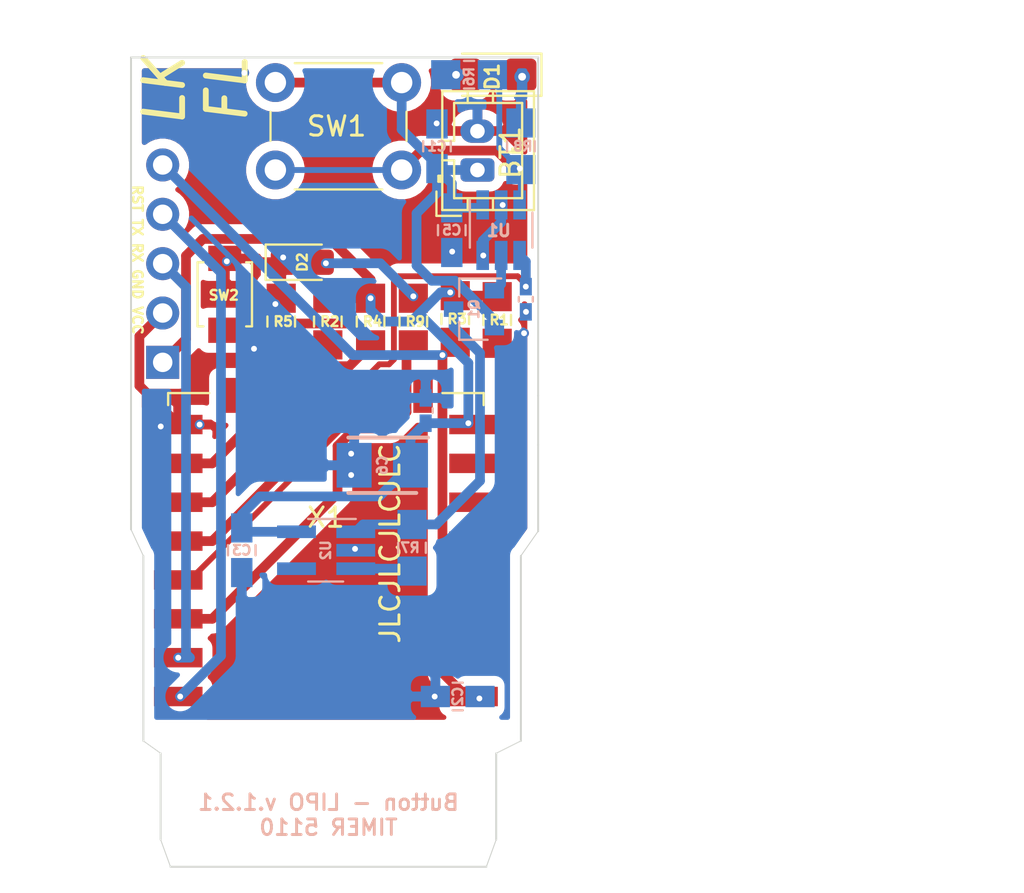
<source format=kicad_pcb>
(kicad_pcb (version 20171130) (host pcbnew "(5.1.9)-1")

  (general
    (thickness 1.6)
    (drawings 24)
    (tracks 166)
    (zones 0)
    (modules 26)
    (nets 19)
  )

  (page A4)
  (layers
    (0 F.Cu signal)
    (31 B.Cu signal)
    (32 B.Adhes user)
    (33 F.Adhes user)
    (34 B.Paste user)
    (35 F.Paste user)
    (36 B.SilkS user)
    (37 F.SilkS user)
    (38 B.Mask user)
    (39 F.Mask user)
    (40 Dwgs.User user)
    (41 Cmts.User user)
    (42 Eco1.User user)
    (43 Eco2.User user)
    (44 Edge.Cuts user)
    (45 Margin user)
    (46 B.CrtYd user)
    (47 F.CrtYd user)
    (48 B.Fab user hide)
    (49 F.Fab user)
  )

  (setup
    (last_trace_width 0.5)
    (user_trace_width 0.3)
    (user_trace_width 0.4)
    (user_trace_width 0.5)
    (trace_clearance 0.1)
    (zone_clearance 0.508)
    (zone_45_only no)
    (trace_min 0.2)
    (via_size 0.8)
    (via_drill 0.4)
    (via_min_size 0.4)
    (via_min_drill 0.3)
    (user_via 0.5 0.3)
    (uvia_size 0.3)
    (uvia_drill 0.1)
    (uvias_allowed no)
    (uvia_min_size 0.2)
    (uvia_min_drill 0.1)
    (edge_width 0.05)
    (segment_width 0.2)
    (pcb_text_width 0.3)
    (pcb_text_size 1.5 1.5)
    (mod_edge_width 0.12)
    (mod_text_size 1 1)
    (mod_text_width 0.15)
    (pad_size 1.524 1.524)
    (pad_drill 0.762)
    (pad_to_mask_clearance 0.051)
    (solder_mask_min_width 0.25)
    (aux_axis_origin 0 0)
    (visible_elements 7FFFFFFF)
    (pcbplotparams
      (layerselection 0x010fc_ffffffff)
      (usegerberextensions false)
      (usegerberattributes false)
      (usegerberadvancedattributes true)
      (creategerberjobfile false)
      (excludeedgelayer true)
      (linewidth 0.150000)
      (plotframeref false)
      (viasonmask false)
      (mode 1)
      (useauxorigin true)
      (hpglpennumber 1)
      (hpglpenspeed 20)
      (hpglpendiameter 15.000000)
      (psnegative false)
      (psa4output false)
      (plotreference true)
      (plotvalue true)
      (plotinvisibletext false)
      (padsonsilk false)
      (subtractmaskfromsilk false)
      (outputformat 1)
      (mirror false)
      (drillshape 0)
      (scaleselection 1)
      (outputdirectory "Gerber/"))
  )

  (net 0 "")
  (net 1 /VCC)
  (net 2 /GND)
  (net 3 /RST)
  (net 4 /RX)
  (net 5 /TX)
  (net 6 /EN)
  (net 7 /GPIO2)
  (net 8 /GPIO0)
  (net 9 "Net-(BT1-Pad1)")
  (net 10 /GPIO15)
  (net 11 "Net-(R7-Pad2)")
  (net 12 /GPIO4)
  (net 13 "Net-(D2-Pad2)")
  (net 14 /GPIO5)
  (net 15 "Net-(D1-Pad2)")
  (net 16 "Net-(R6-Pad2)")
  (net 17 "Net-(Q1-Pad3)")
  (net 18 "Net-(Q1-Pad1)")

  (net_class Default "This is the default net class."
    (clearance 0.1)
    (trace_width 0.25)
    (via_dia 0.8)
    (via_drill 0.4)
    (uvia_dia 0.3)
    (uvia_drill 0.1)
    (add_net /EN)
    (add_net /GND)
    (add_net /GPIO0)
    (add_net /GPIO15)
    (add_net /GPIO2)
    (add_net /GPIO4)
    (add_net /GPIO5)
    (add_net /RST)
    (add_net /RX)
    (add_net /TX)
    (add_net /VCC)
    (add_net "Net-(BT1-Pad1)")
    (add_net "Net-(D1-Pad2)")
    (add_net "Net-(D2-Pad2)")
    (add_net "Net-(Q1-Pad1)")
    (add_net "Net-(Q1-Pad3)")
    (add_net "Net-(R6-Pad2)")
    (add_net "Net-(R7-Pad2)")
  )

  (module handsolder:ESP-12Elesssilk (layer F.Cu) (tedit 60343770) (tstamp 603C25EC)
    (at 125.6 90.1 180)
    (descr "Wi-Fi Module, http://wiki.ai-thinker.com/_media/esp8266/docs/aithinker_esp_12f_datasheet_en.pdf")
    (tags "Wi-Fi Module")
    (path /603C316D)
    (attr smd)
    (fp_text reference X1 (at 0 5.715 180) (layer F.SilkS)
      (effects (font (size 1 1) (thickness 0.15)))
    )
    (fp_text value ESP-12E (at -0.06 -12.78 180) (layer F.Fab)
      (effects (font (size 1 1) (thickness 0.15)))
    )
    (fp_text user %R (at 0.49 -0.8 180) (layer F.Fab)
      (effects (font (size 1 1) (thickness 0.15)))
    )
    (fp_text user "KEEP-OUT ZONE" (at 0.03 -9.55) (layer Cmts.User)
      (effects (font (size 1 1) (thickness 0.15)))
    )
    (fp_text user Antenna (at -0.06 -7) (layer Cmts.User)
      (effects (font (size 1 1) (thickness 0.15)))
    )
    (fp_line (start 5.56 -4.8) (end 8.12 -7.36) (layer Dwgs.User) (width 0.12))
    (fp_line (start 2.56 -4.8) (end 8.12 -10.36) (layer Dwgs.User) (width 0.12))
    (fp_line (start -0.44 -4.8) (end 6.88 -12.12) (layer Dwgs.User) (width 0.12))
    (fp_line (start -3.44 -4.8) (end 3.88 -12.12) (layer Dwgs.User) (width 0.12))
    (fp_line (start -6.44 -4.8) (end 0.88 -12.12) (layer Dwgs.User) (width 0.12))
    (fp_line (start -8.12 -6.12) (end -2.12 -12.12) (layer Dwgs.User) (width 0.12))
    (fp_line (start -8.12 -9.12) (end -5.12 -12.12) (layer Dwgs.User) (width 0.12))
    (fp_line (start -8.12 -4.8) (end -8.12 -12.12) (layer Dwgs.User) (width 0.12))
    (fp_line (start 8.12 -4.8) (end -8.12 -4.8) (layer Dwgs.User) (width 0.12))
    (fp_line (start 8.12 -12.12) (end 8.12 -4.8) (layer Dwgs.User) (width 0.12))
    (fp_line (start -8.12 -12.12) (end 8.12 -12.12) (layer Dwgs.User) (width 0.12))
    (fp_line (start -8.12 12.12) (end -8.12 11.5) (layer F.SilkS) (width 0.12))
    (fp_line (start -6 12.12) (end -8.12 12.12) (layer F.SilkS) (width 0.12))
    (fp_line (start 8.12 12.12) (end 6 12.12) (layer F.SilkS) (width 0.12))
    (fp_line (start 8.12 11.5) (end 8.12 12.12) (layer F.SilkS) (width 0.12))
    (fp_line (start -9.05 13.1) (end -9.05 -12.2) (layer F.CrtYd) (width 0.05))
    (fp_line (start 9.05 13.1) (end -9.05 13.1) (layer F.CrtYd) (width 0.05))
    (fp_line (start 9.05 -12.2) (end 9.05 13.1) (layer F.CrtYd) (width 0.05))
    (fp_line (start -9.05 -12.2) (end 9.05 -12.2) (layer F.CrtYd) (width 0.05))
    (fp_line (start -8 -4) (end -8 -12) (layer F.Fab) (width 0.12))
    (fp_line (start -7.5 -3.5) (end -8 -4) (layer F.Fab) (width 0.12))
    (fp_line (start -8 -3) (end -7.5 -3.5) (layer F.Fab) (width 0.12))
    (fp_line (start -8 12) (end -8 -3) (layer F.Fab) (width 0.12))
    (fp_line (start 8 12) (end -8 12) (layer F.Fab) (width 0.12))
    (fp_line (start 8 -12) (end 8 12) (layer F.Fab) (width 0.12))
    (fp_line (start -8 -12) (end 8 -12) (layer F.Fab) (width 0.12))
    (pad 22 smd rect (at 7.6 -3.5 180) (size 2.5 1) (layers F.Cu F.Paste F.Mask)
      (net 5 /TX))
    (pad 21 smd rect (at 7.6 -1.5 180) (size 2.5 1) (layers F.Cu F.Paste F.Mask)
      (net 4 /RX))
    (pad 20 smd rect (at 7.6 0.5 180) (size 2.5 1) (layers F.Cu F.Paste F.Mask)
      (net 14 /GPIO5))
    (pad 19 smd rect (at 7.6 2.5 180) (size 2.5 1) (layers F.Cu F.Paste F.Mask)
      (net 12 /GPIO4))
    (pad 18 smd rect (at 7.6 4.5 180) (size 2.5 1) (layers F.Cu F.Paste F.Mask)
      (net 8 /GPIO0))
    (pad 17 smd rect (at 7.6 6.5 180) (size 2.5 1) (layers F.Cu F.Paste F.Mask)
      (net 7 /GPIO2))
    (pad 16 smd rect (at 7.6 8.5 180) (size 2.5 1) (layers F.Cu F.Paste F.Mask)
      (net 10 /GPIO15))
    (pad 15 smd rect (at 7.6 10.5 180) (size 2.5 1) (layers F.Cu F.Paste F.Mask)
      (net 2 /GND))
    (pad 14 smd rect (at 5 12 180) (size 1 1.8) (layers F.Cu F.Paste F.Mask))
    (pad 13 smd rect (at 3 12 180) (size 1 1.8) (layers F.Cu F.Paste F.Mask))
    (pad 12 smd rect (at 1 12 180) (size 1 1.8) (layers F.Cu F.Paste F.Mask))
    (pad 11 smd rect (at -1 12 180) (size 1 1.8) (layers F.Cu F.Paste F.Mask))
    (pad 10 smd rect (at -3 12 180) (size 1 1.8) (layers F.Cu F.Paste F.Mask))
    (pad 9 smd rect (at -5 12 180) (size 1 1.8) (layers F.Cu F.Paste F.Mask))
    (pad 8 smd rect (at -7.6 10.5 180) (size 2.5 1) (layers F.Cu F.Paste F.Mask)
      (net 1 /VCC))
    (pad 7 smd rect (at -7.6 8.5 180) (size 2.5 1) (layers F.Cu F.Paste F.Mask))
    (pad 6 smd rect (at -7.6 6.5 180) (size 2.5 1) (layers F.Cu F.Paste F.Mask))
    (pad 5 smd rect (at -7.6 4.5 180) (size 2.5 1) (layers F.Cu F.Paste F.Mask))
    (pad 4 smd rect (at -7.6 2.5 180) (size 2.5 1) (layers F.Cu F.Paste F.Mask))
    (pad 3 smd rect (at -7.6 0.5 180) (size 2.5 1) (layers F.Cu F.Paste F.Mask)
      (net 6 /EN))
    (pad 2 smd rect (at -7.6 -1.5 180) (size 2.5 1) (layers F.Cu F.Paste F.Mask))
    (pad 1 smd rect (at -7.6 -3.5 180) (size 2.5 1) (layers F.Cu F.Paste F.Mask)
      (net 3 /RST))
    (model ${KISYS3DMOD}/RF_Module.3dshapes/ESP-12E.wrl
      (at (xyz 0 0 0))
      (scale (xyz 1 1 1))
      (rotate (xyz 0 0 0))
    )
  )

  (module handsolder:LED_1206_3216Metric_Castellated (layer F.Cu) (tedit 603A8330) (tstamp 603267F8)
    (at 134.211 61.595 180)
    (descr "LED SMD 1206 (3216 Metric), castellated end terminal, IPC_7351 nominal, (Body size source: http://www.tortai-tech.com/upload/download/2011102023233369053.pdf), generated with kicad-footprint-generator")
    (tags "LED castellated")
    (path /602D28D1)
    (attr smd)
    (fp_text reference D1 (at 0.05 -0.1 90) (layer F.SilkS)
      (effects (font (size 0.7 0.7) (thickness 0.15)))
    )
    (fp_text value LED (at 0 1.78) (layer F.Fab)
      (effects (font (size 1 1) (thickness 0.15)))
    )
    (fp_text user %R (at 0 0) (layer F.Fab)
      (effects (font (size 0.8 0.8) (thickness 0.12)))
    )
    (fp_line (start 2.48 1.08) (end -2.48 1.08) (layer F.CrtYd) (width 0.05))
    (fp_line (start 2.48 -1.08) (end 2.48 1.08) (layer F.CrtYd) (width 0.05))
    (fp_line (start -2.48 -1.08) (end 2.48 -1.08) (layer F.CrtYd) (width 0.05))
    (fp_line (start -2.48 1.08) (end -2.48 -1.08) (layer F.CrtYd) (width 0.05))
    (fp_line (start -2.485 1.085) (end 1.6 1.085) (layer F.SilkS) (width 0.12))
    (fp_line (start -2.485 -1.085) (end -2.485 1.085) (layer F.SilkS) (width 0.12))
    (fp_line (start 1.6 -1.085) (end -2.485 -1.085) (layer F.SilkS) (width 0.12))
    (fp_line (start 1.6 0.8) (end 1.6 -0.8) (layer F.Fab) (width 0.1))
    (fp_line (start -1.6 0.8) (end 1.6 0.8) (layer F.Fab) (width 0.1))
    (fp_line (start -1.6 -0.4) (end -1.6 0.8) (layer F.Fab) (width 0.1))
    (fp_line (start -1.2 -0.8) (end -1.6 -0.4) (layer F.Fab) (width 0.1))
    (fp_line (start 1.6 -0.8) (end -1.2 -0.8) (layer F.Fab) (width 0.1))
    (pad 2 smd roundrect (at 1.425 0 180) (size 1.6 1.65) (layers F.Cu F.Paste F.Mask) (roundrect_rratio 0.15625)
      (net 15 "Net-(D1-Pad2)"))
    (pad 1 smd roundrect (at -1.425 0 180) (size 1.6 1.65) (layers F.Cu F.Paste F.Mask) (roundrect_rratio 0.15625)
      (net 2 /GND))
    (model ${KISYS3DMOD}/LED_SMD.3dshapes/LED_1206_3216Metric_Castellated.wrl
      (at (xyz 0 0 0))
      (scale (xyz 1 1 1))
      (rotate (xyz 0 0 0))
    )
  )

  (module handsolder:SOT-23 (layer B.Cu) (tedit 6035930F) (tstamp 603506EE)
    (at 133.223 73.66 180)
    (descr "SOT-23, Standard")
    (tags SOT-23)
    (path /6036ABC4)
    (attr smd)
    (fp_text reference Q1 (at 0 0 270) (layer B.SilkS)
      (effects (font (size 0.5 0.5) (thickness 0.125)) (justify mirror))
    )
    (fp_text value TSM2301ACX (at 0 -2.5) (layer B.Fab)
      (effects (font (size 1 1) (thickness 0.15)) (justify mirror))
    )
    (fp_line (start 0.76 -1.58) (end -0.7 -1.58) (layer B.SilkS) (width 0.12))
    (fp_line (start 0.76 1.58) (end -1.4 1.58) (layer B.SilkS) (width 0.12))
    (fp_line (start -1.7 -1.75) (end -1.7 1.75) (layer B.CrtYd) (width 0.05))
    (fp_line (start 1.7 -1.75) (end -1.7 -1.75) (layer B.CrtYd) (width 0.05))
    (fp_line (start 1.7 1.75) (end 1.7 -1.75) (layer B.CrtYd) (width 0.05))
    (fp_line (start -1.7 1.75) (end 1.7 1.75) (layer B.CrtYd) (width 0.05))
    (fp_line (start 0.76 1.58) (end 0.76 0.65) (layer B.SilkS) (width 0.12))
    (fp_line (start 0.76 -1.58) (end 0.76 -0.65) (layer B.SilkS) (width 0.12))
    (fp_line (start -0.7 -1.52) (end 0.7 -1.52) (layer B.Fab) (width 0.1))
    (fp_line (start 0.7 1.52) (end 0.7 -1.52) (layer B.Fab) (width 0.1))
    (fp_line (start -0.7 0.95) (end -0.15 1.52) (layer B.Fab) (width 0.1))
    (fp_line (start -0.15 1.52) (end 0.7 1.52) (layer B.Fab) (width 0.1))
    (fp_line (start -0.7 0.95) (end -0.7 -1.5) (layer B.Fab) (width 0.1))
    (fp_text user %R (at 0 0 270) (layer B.Fab)
      (effects (font (size 0.5 0.5) (thickness 0.075)) (justify mirror))
    )
    (pad 3 smd rect (at 1.05 0 180) (size 1 0.8) (layers B.Cu B.Paste B.Mask)
      (net 17 "Net-(Q1-Pad3)"))
    (pad 2 smd rect (at -1.05 -0.95 180) (size 1 0.8) (layers B.Cu B.Paste B.Mask)
      (net 9 "Net-(BT1-Pad1)"))
    (pad 1 smd rect (at -1.05 0.95 180) (size 1 0.8) (layers B.Cu B.Paste B.Mask)
      (net 18 "Net-(Q1-Pad1)"))
    (model ${KISYS3DMOD}/Package_TO_SOT_SMD.3dshapes/SOT-23.wrl
      (at (xyz 0 0 0))
      (scale (xyz 1 1 1))
      (rotate (xyz 0 0 0))
    )
  )

  (module handsolder:LED_0805_2012Metric_Castellated_mod (layer F.Cu) (tedit 60359125) (tstamp 6032680B)
    (at 124.3865 71.247)
    (descr "LED SMD 0805 (2012 Metric), castellated end terminal, IPC_7351 nominal, (Body size source: https://docs.google.com/spreadsheets/d/1BsfQQcO9C6DZCsRaXUlFlo91Tg2WpOkGARC1WS5S8t0/edit?usp=sharing), generated with kicad-footprint-generator")
    (tags "LED castellated")
    (path /6032747F)
    (attr smd)
    (fp_text reference D2 (at 0 0 90) (layer F.SilkS)
      (effects (font (size 0.5 0.5) (thickness 0.125)))
    )
    (fp_text value LED (at 0 1.6 -180) (layer F.Fab)
      (effects (font (size 1 1) (thickness 0.15)))
    )
    (fp_line (start 1.88 0.9) (end -1.88 0.9) (layer F.CrtYd) (width 0.05))
    (fp_line (start 1.88 -0.9) (end 1.88 0.9) (layer F.CrtYd) (width 0.05))
    (fp_line (start -1.88 -0.9) (end 1.88 -0.9) (layer F.CrtYd) (width 0.05))
    (fp_line (start -1.88 0.9) (end -1.88 -0.9) (layer F.CrtYd) (width 0.05))
    (fp_line (start -1.885 0.91) (end 1 0.91) (layer F.SilkS) (width 0.12))
    (fp_line (start -1.885 -0.91) (end -1.885 0.91) (layer F.SilkS) (width 0.12))
    (fp_line (start 1 -0.91) (end -1.885 -0.91) (layer F.SilkS) (width 0.12))
    (fp_line (start 1 0.6) (end 1 -0.6) (layer F.Fab) (width 0.1))
    (fp_line (start -1 0.6) (end 1 0.6) (layer F.Fab) (width 0.1))
    (fp_line (start -1 -0.3) (end -1 0.6) (layer F.Fab) (width 0.1))
    (fp_line (start -0.7 -0.6) (end -1 -0.3) (layer F.Fab) (width 0.1))
    (fp_line (start 1 -0.6) (end -0.7 -0.6) (layer F.Fab) (width 0.1))
    (fp_text user %R (at 0 0 -180) (layer F.Fab)
      (effects (font (size 0.5 0.5) (thickness 0.08)))
    )
    (pad 2 smd roundrect (at 0.9625 0) (size 1.325 1.3) (layers F.Cu F.Paste F.Mask) (roundrect_rratio 0.1923076923076923)
      (net 13 "Net-(D2-Pad2)"))
    (pad 1 smd roundrect (at -0.9625 0) (size 1.325 1.3) (layers F.Cu F.Paste F.Mask) (roundrect_rratio 0.1923076923076923)
      (net 2 /GND))
    (model ${KISYS3DMOD}/LED_SMD.3dshapes/LED_0805_2012Metric_Castellated.wrl
      (at (xyz 0 0 0))
      (scale (xyz 1 1 1))
      (rotate (xyz 0 0 0))
    )
  )

  (module handsolder:C_0402_1005Metric_Pad0.74x0.62mm_HandSoldermod (layer B.Cu) (tedit 6036714F) (tstamp 603685EC)
    (at 130.7338 78.88224 90)
    (descr "Capacitor SMD 0402 (1005 Metric), square (rectangular) end terminal, IPC_7351 nominal with elongated pad for handsoldering. (Body size source: IPC-SM-782 page 76, https://www.pcb-3d.com/wordpress/wp-content/uploads/ipc-sm-782a_amendment_1_and_2.pdf), generated with kicad-footprint-generator")
    (tags "capacitor handsolder")
    (path /60367D4C)
    (attr smd)
    (fp_text reference C7 (at 0 0 90) (layer B.SilkS) hide
      (effects (font (size 0.5 0.5) (thickness 0.125)) (justify mirror))
    )
    (fp_text value 100nF (at 0.00508 -1.16332 90) (layer B.Fab)
      (effects (font (size 1 1) (thickness 0.15)) (justify mirror))
    )
    (fp_line (start 1.08 -0.46) (end -1.08 -0.46) (layer B.CrtYd) (width 0.05))
    (fp_line (start 1.08 0.46) (end 1.08 -0.46) (layer B.CrtYd) (width 0.05))
    (fp_line (start -1.08 0.46) (end 1.08 0.46) (layer B.CrtYd) (width 0.05))
    (fp_line (start -1.08 -0.46) (end -1.08 0.46) (layer B.CrtYd) (width 0.05))
    (fp_line (start -0.115835 0.36) (end 0.115835 0.36) (layer B.SilkS) (width 0.12))
    (fp_line (start 0.5 -0.25) (end -0.5 -0.25) (layer B.Fab) (width 0.1))
    (fp_line (start 0.5 0.25) (end 0.5 -0.25) (layer B.Fab) (width 0.1))
    (fp_line (start -0.5 0.25) (end 0.5 0.25) (layer B.Fab) (width 0.1))
    (fp_line (start -0.5 -0.25) (end -0.5 0.25) (layer B.Fab) (width 0.1))
    (fp_text user %R (at 0 0 90) (layer B.Fab)
      (effects (font (size 0.25 0.25) (thickness 0.04)) (justify mirror))
    )
    (pad 2 smd rect (at 0.65 0 90) (size 0.9 0.62) (layers B.Cu B.Paste B.Mask)
      (net 2 /GND))
    (pad 1 smd rect (at -0.65 0 90) (size 0.9 0.62) (layers B.Cu B.Paste B.Mask)
      (net 1 /VCC))
    (model ${KISYS3DMOD}/Capacitor_SMD.3dshapes/C_0402_1005Metric.wrl
      (at (xyz 0 0 0))
      (scale (xyz 1 1 1))
      (rotate (xyz 0 0 0))
    )
  )

  (module SamacSys_Parts:CAPPM3528X210N (layer B.Cu) (tedit 60362B51) (tstamp 6036E504)
    (at 128.50368 81.69656 180)
    (descr "CASE B")
    (tags "Capacitor Polarised")
    (path /60362D5E)
    (attr smd)
    (fp_text reference C6 (at 0 0 90) (layer B.SilkS)
      (effects (font (size 0.5 0.5) (thickness 0.125)) (justify mirror))
    )
    (fp_text value 47uF (at 0 0 180) (layer B.SilkS) hide
      (effects (font (size 1.27 1.27) (thickness 0.254)) (justify mirror))
    )
    (fp_line (start -1.75 -1.425) (end 1.75 -1.425) (layer B.SilkS) (width 0.2))
    (fp_line (start 1.75 1.425) (end -2.35 1.425) (layer B.SilkS) (width 0.2))
    (fp_line (start -1.75 0.525) (end -0.85 1.425) (layer B.Fab) (width 0.1))
    (fp_line (start -1.75 -1.425) (end -1.75 1.425) (layer B.Fab) (width 0.1))
    (fp_line (start 1.75 -1.425) (end -1.75 -1.425) (layer B.Fab) (width 0.1))
    (fp_line (start 1.75 1.425) (end 1.75 -1.425) (layer B.Fab) (width 0.1))
    (fp_line (start -1.75 1.425) (end 1.75 1.425) (layer B.Fab) (width 0.1))
    (fp_line (start -2.6 -1.75) (end -2.6 1.75) (layer B.CrtYd) (width 0.05))
    (fp_line (start 2.6 -1.75) (end -2.6 -1.75) (layer B.CrtYd) (width 0.05))
    (fp_line (start 2.6 1.75) (end 2.6 -1.75) (layer B.CrtYd) (width 0.05))
    (fp_line (start -2.6 1.75) (end 2.6 1.75) (layer B.CrtYd) (width 0.05))
    (fp_text user %R (at 0 0 180) (layer B.Fab)
      (effects (font (size 1.27 1.27) (thickness 0.254)) (justify mirror))
    )
    (pad 2 smd rect (at 1.45 0 180) (size 1.8 2.3) (layers B.Cu B.Paste B.Mask)
      (net 2 /GND))
    (pad 1 smd rect (at -1.45 0 180) (size 1.8 2.3) (layers B.Cu B.Paste B.Mask)
      (net 1 /VCC))
    (model "C:\\Program Files\\KiCad\\SamacSys_Parts.3dshapes\\TAJB476M010TNJ.stp"
      (at (xyz 0 0 0))
      (scale (xyz 1 1 1))
      (rotate (xyz 0 0 0))
    )
  )

  (module handsolder:C_0805_2012handsodermod (layer B.Cu) (tedit 603591CC) (tstamp 603267E5)
    (at 121.26976 86.07044 90)
    (descr "Capacitor SMD 0805 (2012 Metric), square (rectangular) end terminal, IPC_7351 nominal with elongated pad for handsoldering. (Body size source: https://docs.google.com/spreadsheets/d/1BsfQQcO9C6DZCsRaXUlFlo91Tg2WpOkGARC1WS5S8t0/edit?usp=sharing), generated with kicad-footprint-generator")
    (tags "capacitor handsolder")
    (path /602E3D4A)
    (attr smd)
    (fp_text reference C3 (at 0 0 180) (layer B.SilkS)
      (effects (font (size 0.5 0.5) (thickness 0.125)) (justify mirror))
    )
    (fp_text value 10uF (at 0 -1.65 90) (layer B.Fab) hide
      (effects (font (size 1 1) (thickness 0.15)) (justify mirror))
    )
    (fp_line (start 2.05 -0.95) (end -2 -0.95) (layer B.CrtYd) (width 0.05))
    (fp_line (start 2.05 0.95) (end 2.05 -0.95) (layer B.CrtYd) (width 0.05))
    (fp_line (start -2 0.95) (end 2.05 0.95) (layer B.CrtYd) (width 0.05))
    (fp_line (start -2 -0.95) (end -2 0.95) (layer B.CrtYd) (width 0.05))
    (fp_line (start -0.261252 -0.71) (end 0.261252 -0.71) (layer B.SilkS) (width 0.12))
    (fp_line (start -0.261252 0.71) (end 0.261252 0.71) (layer B.SilkS) (width 0.12))
    (fp_line (start 1 -0.6) (end -1 -0.6) (layer B.Fab) (width 0.1))
    (fp_line (start 1 0.6) (end 1 -0.6) (layer B.Fab) (width 0.1))
    (fp_line (start -1 0.6) (end 1 0.6) (layer B.Fab) (width 0.1))
    (fp_line (start -1 -0.6) (end -1 0.6) (layer B.Fab) (width 0.1))
    (fp_text user %R (at 0 0 90) (layer B.Fab)
      (effects (font (size 0.5 0.5) (thickness 0.08)) (justify mirror))
    )
    (pad 2 smd rect (at 1.15 0 90) (size 1.5 1.1) (layers B.Cu B.Paste B.Mask)
      (net 1 /VCC))
    (pad 1 smd rect (at -1.15 0 90) (size 1.5 1.1) (layers B.Cu B.Paste B.Mask)
      (net 2 /GND))
    (model ${KISYS3DMOD}/Capacitor_SMD.3dshapes/C_0805_2012Metric.wrl
      (at (xyz 0 0 0))
      (scale (xyz 1 1 1))
      (rotate (xyz 0 0 0))
    )
  )

  (module handsolder:C_0805_2012handsodermod (layer B.Cu) (tedit 603591CC) (tstamp 6035066D)
    (at 132.08 69.596 90)
    (descr "Capacitor SMD 0805 (2012 Metric), square (rectangular) end terminal, IPC_7351 nominal with elongated pad for handsoldering. (Body size source: https://docs.google.com/spreadsheets/d/1BsfQQcO9C6DZCsRaXUlFlo91Tg2WpOkGARC1WS5S8t0/edit?usp=sharing), generated with kicad-footprint-generator")
    (tags "capacitor handsolder")
    (path /60375EFB)
    (attr smd)
    (fp_text reference C5 (at 0 0 180) (layer B.SilkS)
      (effects (font (size 0.5 0.5) (thickness 0.125)) (justify mirror))
    )
    (fp_text value 100nF (at 0 -1.65 90) (layer B.Fab) hide
      (effects (font (size 1 1) (thickness 0.15)) (justify mirror))
    )
    (fp_line (start 2.05 -0.95) (end -2 -0.95) (layer B.CrtYd) (width 0.05))
    (fp_line (start 2.05 0.95) (end 2.05 -0.95) (layer B.CrtYd) (width 0.05))
    (fp_line (start -2 0.95) (end 2.05 0.95) (layer B.CrtYd) (width 0.05))
    (fp_line (start -2 -0.95) (end -2 0.95) (layer B.CrtYd) (width 0.05))
    (fp_line (start -0.261252 -0.71) (end 0.261252 -0.71) (layer B.SilkS) (width 0.12))
    (fp_line (start -0.261252 0.71) (end 0.261252 0.71) (layer B.SilkS) (width 0.12))
    (fp_line (start 1 -0.6) (end -1 -0.6) (layer B.Fab) (width 0.1))
    (fp_line (start 1 0.6) (end 1 -0.6) (layer B.Fab) (width 0.1))
    (fp_line (start -1 0.6) (end 1 0.6) (layer B.Fab) (width 0.1))
    (fp_line (start -1 -0.6) (end -1 0.6) (layer B.Fab) (width 0.1))
    (fp_text user %R (at 0 0 90) (layer B.Fab)
      (effects (font (size 0.5 0.5) (thickness 0.08)) (justify mirror))
    )
    (pad 2 smd rect (at 1.15 0 90) (size 1.5 1.1) (layers B.Cu B.Paste B.Mask)
      (net 9 "Net-(BT1-Pad1)"))
    (pad 1 smd rect (at -1.15 0 90) (size 1.5 1.1) (layers B.Cu B.Paste B.Mask)
      (net 2 /GND))
    (model ${KISYS3DMOD}/Capacitor_SMD.3dshapes/C_0805_2012Metric.wrl
      (at (xyz 0 0 0))
      (scale (xyz 1 1 1))
      (rotate (xyz 0 0 0))
    )
  )

  (module handsolder:C_0805_2012handsodermod (layer B.Cu) (tedit 603591CC) (tstamp 603267C3)
    (at 131.318 65.278 270)
    (descr "Capacitor SMD 0805 (2012 Metric), square (rectangular) end terminal, IPC_7351 nominal with elongated pad for handsoldering. (Body size source: https://docs.google.com/spreadsheets/d/1BsfQQcO9C6DZCsRaXUlFlo91Tg2WpOkGARC1WS5S8t0/edit?usp=sharing), generated with kicad-footprint-generator")
    (tags "capacitor handsolder")
    (path /602D0C1F)
    (attr smd)
    (fp_text reference C1 (at 0 0 180) (layer B.SilkS)
      (effects (font (size 0.5 0.5) (thickness 0.125)) (justify mirror))
    )
    (fp_text value 10uF (at 0 -1.65 90) (layer B.Fab) hide
      (effects (font (size 1 1) (thickness 0.15)) (justify mirror))
    )
    (fp_line (start 2.05 -0.95) (end -2 -0.95) (layer B.CrtYd) (width 0.05))
    (fp_line (start 2.05 0.95) (end 2.05 -0.95) (layer B.CrtYd) (width 0.05))
    (fp_line (start -2 0.95) (end 2.05 0.95) (layer B.CrtYd) (width 0.05))
    (fp_line (start -2 -0.95) (end -2 0.95) (layer B.CrtYd) (width 0.05))
    (fp_line (start -0.261252 -0.71) (end 0.261252 -0.71) (layer B.SilkS) (width 0.12))
    (fp_line (start -0.261252 0.71) (end 0.261252 0.71) (layer B.SilkS) (width 0.12))
    (fp_line (start 1 -0.6) (end -1 -0.6) (layer B.Fab) (width 0.1))
    (fp_line (start 1 0.6) (end 1 -0.6) (layer B.Fab) (width 0.1))
    (fp_line (start -1 0.6) (end 1 0.6) (layer B.Fab) (width 0.1))
    (fp_line (start -1 -0.6) (end -1 0.6) (layer B.Fab) (width 0.1))
    (fp_text user %R (at 0 0 90) (layer B.Fab)
      (effects (font (size 0.5 0.5) (thickness 0.08)) (justify mirror))
    )
    (pad 2 smd rect (at 1.15 0 270) (size 1.5 1.1) (layers B.Cu B.Paste B.Mask)
      (net 9 "Net-(BT1-Pad1)"))
    (pad 1 smd rect (at -1.15 0 270) (size 1.5 1.1) (layers B.Cu B.Paste B.Mask)
      (net 2 /GND))
    (model ${KISYS3DMOD}/Capacitor_SMD.3dshapes/C_0805_2012Metric.wrl
      (at (xyz 0 0 0))
      (scale (xyz 1 1 1))
      (rotate (xyz 0 0 0))
    )
  )

  (module handsolder:C_0805_2012handsodermod (layer B.Cu) (tedit 603591CC) (tstamp 603267D4)
    (at 132.3848 93.599)
    (descr "Capacitor SMD 0805 (2012 Metric), square (rectangular) end terminal, IPC_7351 nominal with elongated pad for handsoldering. (Body size source: https://docs.google.com/spreadsheets/d/1BsfQQcO9C6DZCsRaXUlFlo91Tg2WpOkGARC1WS5S8t0/edit?usp=sharing), generated with kicad-footprint-generator")
    (tags "capacitor handsolder")
    (path /602C896A)
    (attr smd)
    (fp_text reference C2 (at 0 0 -90) (layer B.SilkS)
      (effects (font (size 0.5 0.5) (thickness 0.125)) (justify mirror))
    )
    (fp_text value 100nF (at 0 -1.65) (layer B.Fab) hide
      (effects (font (size 1 1) (thickness 0.15)) (justify mirror))
    )
    (fp_line (start 2.05 -0.95) (end -2 -0.95) (layer B.CrtYd) (width 0.05))
    (fp_line (start 2.05 0.95) (end 2.05 -0.95) (layer B.CrtYd) (width 0.05))
    (fp_line (start -2 0.95) (end 2.05 0.95) (layer B.CrtYd) (width 0.05))
    (fp_line (start -2 -0.95) (end -2 0.95) (layer B.CrtYd) (width 0.05))
    (fp_line (start -0.261252 -0.71) (end 0.261252 -0.71) (layer B.SilkS) (width 0.12))
    (fp_line (start -0.261252 0.71) (end 0.261252 0.71) (layer B.SilkS) (width 0.12))
    (fp_line (start 1 -0.6) (end -1 -0.6) (layer B.Fab) (width 0.1))
    (fp_line (start 1 0.6) (end 1 -0.6) (layer B.Fab) (width 0.1))
    (fp_line (start -1 0.6) (end 1 0.6) (layer B.Fab) (width 0.1))
    (fp_line (start -1 -0.6) (end -1 0.6) (layer B.Fab) (width 0.1))
    (fp_text user %R (at 0 0) (layer B.Fab)
      (effects (font (size 0.5 0.5) (thickness 0.08)) (justify mirror))
    )
    (pad 2 smd rect (at 1.15 0) (size 1.5 1.1) (layers B.Cu B.Paste B.Mask)
      (net 3 /RST))
    (pad 1 smd rect (at -1.15 0) (size 1.5 1.1) (layers B.Cu B.Paste B.Mask)
      (net 2 /GND))
    (model ${KISYS3DMOD}/Capacitor_SMD.3dshapes/C_0805_2012Metric.wrl
      (at (xyz 0 0 0))
      (scale (xyz 1 1 1))
      (rotate (xyz 0 0 0))
    )
  )

  (module handsolder:R_0805_2012handsoldermod (layer F.Cu) (tedit 60358F22) (tstamp 603268F2)
    (at 130.1 74.3 270)
    (descr "Resistor SMD 0805 (2012 Metric), square (rectangular) end terminal, IPC_7351 nominal with elongated pad for handsoldering. (Body size source: https://docs.google.com/spreadsheets/d/1BsfQQcO9C6DZCsRaXUlFlo91Tg2WpOkGARC1WS5S8t0/edit?usp=sharing), generated with kicad-footprint-generator")
    (tags "resistor handsolder")
    (path /60325E7B)
    (attr smd)
    (fp_text reference R9 (at 0 -0.1) (layer F.SilkS)
      (effects (font (size 0.5 0.5) (thickness 0.125)))
    )
    (fp_text value 1k (at 0 1.65 90) (layer F.Fab) hide
      (effects (font (size 1 1) (thickness 0.15)))
    )
    (fp_line (start 2.05 0.95) (end -2.05 0.95) (layer F.CrtYd) (width 0.05))
    (fp_line (start 2.05 -0.95) (end 2.05 0.95) (layer F.CrtYd) (width 0.05))
    (fp_line (start -2.05 -0.95) (end 2.05 -0.95) (layer F.CrtYd) (width 0.05))
    (fp_line (start -2.05 0.95) (end -2.05 -0.95) (layer F.CrtYd) (width 0.05))
    (fp_line (start -0.261252 0.71) (end 0.261252 0.71) (layer F.SilkS) (width 0.12))
    (fp_line (start -0.261252 -0.71) (end 0.261252 -0.71) (layer F.SilkS) (width 0.12))
    (fp_line (start 1 0.6) (end -1 0.6) (layer F.Fab) (width 0.1))
    (fp_line (start 1 -0.6) (end 1 0.6) (layer F.Fab) (width 0.1))
    (fp_line (start -1 -0.6) (end 1 -0.6) (layer F.Fab) (width 0.1))
    (fp_line (start -1 0.6) (end -1 -0.6) (layer F.Fab) (width 0.1))
    (fp_text user %R (at 0 0 90) (layer F.Fab)
      (effects (font (size 0.5 0.5) (thickness 0.08)))
    )
    (pad 2 smd rect (at 1.2 0 270) (size 1.5 1.5) (layers F.Cu F.Paste F.Mask)
      (net 14 /GPIO5))
    (pad 1 smd rect (at -1.2 0 270) (size 1.5 1.5) (layers F.Cu F.Paste F.Mask)
      (net 13 "Net-(D2-Pad2)"))
    (model ${KISYS3DMOD}/Resistor_SMD.3dshapes/R_0805_2012Metric.wrl
      (at (xyz 0 0 0))
      (scale (xyz 1 1 1))
      (rotate (xyz 0 0 0))
    )
  )

  (module handsolder:R_0805_2012handsoldermod (layer B.Cu) (tedit 60358F22) (tstamp 603507BF)
    (at 130.03276 85.94344 270)
    (descr "Resistor SMD 0805 (2012 Metric), square (rectangular) end terminal, IPC_7351 nominal with elongated pad for handsoldering. (Body size source: https://docs.google.com/spreadsheets/d/1BsfQQcO9C6DZCsRaXUlFlo91Tg2WpOkGARC1WS5S8t0/edit?usp=sharing), generated with kicad-footprint-generator")
    (tags "resistor handsolder")
    (path /60373816)
    (attr smd)
    (fp_text reference R7 (at 0 0.1 180) (layer B.SilkS)
      (effects (font (size 0.5 0.5) (thickness 0.125)) (justify mirror))
    )
    (fp_text value 100k (at 0 -1.65 90) (layer B.Fab) hide
      (effects (font (size 1 1) (thickness 0.15)) (justify mirror))
    )
    (fp_line (start 2.05 -0.95) (end -2.05 -0.95) (layer B.CrtYd) (width 0.05))
    (fp_line (start 2.05 0.95) (end 2.05 -0.95) (layer B.CrtYd) (width 0.05))
    (fp_line (start -2.05 0.95) (end 2.05 0.95) (layer B.CrtYd) (width 0.05))
    (fp_line (start -2.05 -0.95) (end -2.05 0.95) (layer B.CrtYd) (width 0.05))
    (fp_line (start -0.261252 -0.71) (end 0.261252 -0.71) (layer B.SilkS) (width 0.12))
    (fp_line (start -0.261252 0.71) (end 0.261252 0.71) (layer B.SilkS) (width 0.12))
    (fp_line (start 1 -0.6) (end -1 -0.6) (layer B.Fab) (width 0.1))
    (fp_line (start 1 0.6) (end 1 -0.6) (layer B.Fab) (width 0.1))
    (fp_line (start -1 0.6) (end 1 0.6) (layer B.Fab) (width 0.1))
    (fp_line (start -1 -0.6) (end -1 0.6) (layer B.Fab) (width 0.1))
    (fp_text user %R (at 0 0 90) (layer B.Fab)
      (effects (font (size 0.5 0.5) (thickness 0.08)) (justify mirror))
    )
    (pad 2 smd rect (at 1.2 0 270) (size 1.5 1.5) (layers B.Cu B.Paste B.Mask)
      (net 11 "Net-(R7-Pad2)"))
    (pad 1 smd rect (at -1.2 0 270) (size 1.5 1.5) (layers B.Cu B.Paste B.Mask)
      (net 17 "Net-(Q1-Pad3)"))
    (model ${KISYS3DMOD}/Resistor_SMD.3dshapes/R_0805_2012Metric.wrl
      (at (xyz 0 0 0))
      (scale (xyz 1 1 1))
      (rotate (xyz 0 0 0))
    )
  )

  (module handsolder:R_0805_2012handsoldermod (layer B.Cu) (tedit 60358F22) (tstamp 603268E1)
    (at 135.636 65.278 90)
    (descr "Resistor SMD 0805 (2012 Metric), square (rectangular) end terminal, IPC_7351 nominal with elongated pad for handsoldering. (Body size source: https://docs.google.com/spreadsheets/d/1BsfQQcO9C6DZCsRaXUlFlo91Tg2WpOkGARC1WS5S8t0/edit?usp=sharing), generated with kicad-footprint-generator")
    (tags "resistor handsolder")
    (path /6031EA78)
    (attr smd)
    (fp_text reference R8 (at 0 0.1 180) (layer B.SilkS)
      (effects (font (size 0.5 0.5) (thickness 0.125)) (justify mirror))
    )
    (fp_text value 10k (at 0 -1.65 90) (layer B.Fab) hide
      (effects (font (size 1 1) (thickness 0.15)) (justify mirror))
    )
    (fp_line (start 2.05 -0.95) (end -2.05 -0.95) (layer B.CrtYd) (width 0.05))
    (fp_line (start 2.05 0.95) (end 2.05 -0.95) (layer B.CrtYd) (width 0.05))
    (fp_line (start -2.05 0.95) (end 2.05 0.95) (layer B.CrtYd) (width 0.05))
    (fp_line (start -2.05 -0.95) (end -2.05 0.95) (layer B.CrtYd) (width 0.05))
    (fp_line (start -0.261252 -0.71) (end 0.261252 -0.71) (layer B.SilkS) (width 0.12))
    (fp_line (start -0.261252 0.71) (end 0.261252 0.71) (layer B.SilkS) (width 0.12))
    (fp_line (start 1 -0.6) (end -1 -0.6) (layer B.Fab) (width 0.1))
    (fp_line (start 1 0.6) (end 1 -0.6) (layer B.Fab) (width 0.1))
    (fp_line (start -1 0.6) (end 1 0.6) (layer B.Fab) (width 0.1))
    (fp_line (start -1 -0.6) (end -1 0.6) (layer B.Fab) (width 0.1))
    (fp_text user %R (at 0 0 90) (layer B.Fab)
      (effects (font (size 0.5 0.5) (thickness 0.08)) (justify mirror))
    )
    (pad 2 smd rect (at 1.2 0 90) (size 1.5 1.5) (layers B.Cu B.Paste B.Mask)
      (net 2 /GND))
    (pad 1 smd rect (at -1.2 0 90) (size 1.5 1.5) (layers B.Cu B.Paste B.Mask)
      (net 16 "Net-(R6-Pad2)"))
    (model ${KISYS3DMOD}/Resistor_SMD.3dshapes/R_0805_2012Metric.wrl
      (at (xyz 0 0 0))
      (scale (xyz 1 1 1))
      (rotate (xyz 0 0 0))
    )
  )

  (module handsolder:R_0805_2012handsoldermod (layer B.Cu) (tedit 60358F22) (tstamp 603268BF)
    (at 132.969 61.595)
    (descr "Resistor SMD 0805 (2012 Metric), square (rectangular) end terminal, IPC_7351 nominal with elongated pad for handsoldering. (Body size source: https://docs.google.com/spreadsheets/d/1BsfQQcO9C6DZCsRaXUlFlo91Tg2WpOkGARC1WS5S8t0/edit?usp=sharing), generated with kicad-footprint-generator")
    (tags "resistor handsolder")
    (path /602D454A)
    (attr smd)
    (fp_text reference R6 (at 0 0.1 -90) (layer B.SilkS)
      (effects (font (size 0.5 0.5) (thickness 0.125)) (justify mirror))
    )
    (fp_text value 1k (at 0 -1.65) (layer B.Fab) hide
      (effects (font (size 1 1) (thickness 0.15)) (justify mirror))
    )
    (fp_line (start 2.05 -0.95) (end -2.05 -0.95) (layer B.CrtYd) (width 0.05))
    (fp_line (start 2.05 0.95) (end 2.05 -0.95) (layer B.CrtYd) (width 0.05))
    (fp_line (start -2.05 0.95) (end 2.05 0.95) (layer B.CrtYd) (width 0.05))
    (fp_line (start -2.05 -0.95) (end -2.05 0.95) (layer B.CrtYd) (width 0.05))
    (fp_line (start -0.261252 -0.71) (end 0.261252 -0.71) (layer B.SilkS) (width 0.12))
    (fp_line (start -0.261252 0.71) (end 0.261252 0.71) (layer B.SilkS) (width 0.12))
    (fp_line (start 1 -0.6) (end -1 -0.6) (layer B.Fab) (width 0.1))
    (fp_line (start 1 0.6) (end 1 -0.6) (layer B.Fab) (width 0.1))
    (fp_line (start -1 0.6) (end 1 0.6) (layer B.Fab) (width 0.1))
    (fp_line (start -1 -0.6) (end -1 0.6) (layer B.Fab) (width 0.1))
    (fp_text user %R (at 0 0) (layer B.Fab)
      (effects (font (size 0.5 0.5) (thickness 0.08)) (justify mirror))
    )
    (pad 2 smd rect (at 1.2 0) (size 1.5 1.5) (layers B.Cu B.Paste B.Mask)
      (net 16 "Net-(R6-Pad2)"))
    (pad 1 smd rect (at -1.2 0) (size 1.5 1.5) (layers B.Cu B.Paste B.Mask)
      (net 15 "Net-(D1-Pad2)"))
    (model ${KISYS3DMOD}/Resistor_SMD.3dshapes/R_0805_2012Metric.wrl
      (at (xyz 0 0 0))
      (scale (xyz 1 1 1))
      (rotate (xyz 0 0 0))
    )
  )

  (module handsolder:R_0805_2012handsoldermod (layer F.Cu) (tedit 60358F22) (tstamp 603268AE)
    (at 123.3 74.3 270)
    (descr "Resistor SMD 0805 (2012 Metric), square (rectangular) end terminal, IPC_7351 nominal with elongated pad for handsoldering. (Body size source: https://docs.google.com/spreadsheets/d/1BsfQQcO9C6DZCsRaXUlFlo91Tg2WpOkGARC1WS5S8t0/edit?usp=sharing), generated with kicad-footprint-generator")
    (tags "resistor handsolder")
    (path /602CA91E)
    (attr smd)
    (fp_text reference R5 (at 0 -0.1) (layer F.SilkS)
      (effects (font (size 0.5 0.5) (thickness 0.125)))
    )
    (fp_text value 4.7k (at 0 1.65 90) (layer F.Fab) hide
      (effects (font (size 1 1) (thickness 0.15)))
    )
    (fp_line (start 2.05 0.95) (end -2.05 0.95) (layer F.CrtYd) (width 0.05))
    (fp_line (start 2.05 -0.95) (end 2.05 0.95) (layer F.CrtYd) (width 0.05))
    (fp_line (start -2.05 -0.95) (end 2.05 -0.95) (layer F.CrtYd) (width 0.05))
    (fp_line (start -2.05 0.95) (end -2.05 -0.95) (layer F.CrtYd) (width 0.05))
    (fp_line (start -0.261252 0.71) (end 0.261252 0.71) (layer F.SilkS) (width 0.12))
    (fp_line (start -0.261252 -0.71) (end 0.261252 -0.71) (layer F.SilkS) (width 0.12))
    (fp_line (start 1 0.6) (end -1 0.6) (layer F.Fab) (width 0.1))
    (fp_line (start 1 -0.6) (end 1 0.6) (layer F.Fab) (width 0.1))
    (fp_line (start -1 -0.6) (end 1 -0.6) (layer F.Fab) (width 0.1))
    (fp_line (start -1 0.6) (end -1 -0.6) (layer F.Fab) (width 0.1))
    (fp_text user %R (at 0 0 90) (layer F.Fab)
      (effects (font (size 0.5 0.5) (thickness 0.08)))
    )
    (pad 2 smd rect (at 1.2 0 270) (size 1.5 1.5) (layers F.Cu F.Paste F.Mask)
      (net 10 /GPIO15))
    (pad 1 smd rect (at -1.2 0 270) (size 1.5 1.5) (layers F.Cu F.Paste F.Mask)
      (net 2 /GND))
    (model ${KISYS3DMOD}/Resistor_SMD.3dshapes/R_0805_2012Metric.wrl
      (at (xyz 0 0 0))
      (scale (xyz 1 1 1))
      (rotate (xyz 0 0 0))
    )
  )

  (module handsolder:R_0805_2012handsoldermod (layer F.Cu) (tedit 60358F22) (tstamp 6032689D)
    (at 127.9 74.3 270)
    (descr "Resistor SMD 0805 (2012 Metric), square (rectangular) end terminal, IPC_7351 nominal with elongated pad for handsoldering. (Body size source: https://docs.google.com/spreadsheets/d/1BsfQQcO9C6DZCsRaXUlFlo91Tg2WpOkGARC1WS5S8t0/edit?usp=sharing), generated with kicad-footprint-generator")
    (tags "resistor handsolder")
    (path /602CA541)
    (attr smd)
    (fp_text reference R4 (at 0 -0.1) (layer F.SilkS)
      (effects (font (size 0.5 0.5) (thickness 0.125)))
    )
    (fp_text value 10k (at 0 1.65 90) (layer F.Fab) hide
      (effects (font (size 1 1) (thickness 0.15)))
    )
    (fp_line (start 2.05 0.95) (end -2.05 0.95) (layer F.CrtYd) (width 0.05))
    (fp_line (start 2.05 -0.95) (end 2.05 0.95) (layer F.CrtYd) (width 0.05))
    (fp_line (start -2.05 -0.95) (end 2.05 -0.95) (layer F.CrtYd) (width 0.05))
    (fp_line (start -2.05 0.95) (end -2.05 -0.95) (layer F.CrtYd) (width 0.05))
    (fp_line (start -0.261252 0.71) (end 0.261252 0.71) (layer F.SilkS) (width 0.12))
    (fp_line (start -0.261252 -0.71) (end 0.261252 -0.71) (layer F.SilkS) (width 0.12))
    (fp_line (start 1 0.6) (end -1 0.6) (layer F.Fab) (width 0.1))
    (fp_line (start 1 -0.6) (end 1 0.6) (layer F.Fab) (width 0.1))
    (fp_line (start -1 -0.6) (end 1 -0.6) (layer F.Fab) (width 0.1))
    (fp_line (start -1 0.6) (end -1 -0.6) (layer F.Fab) (width 0.1))
    (fp_text user %R (at 0 0 90) (layer F.Fab)
      (effects (font (size 0.5 0.5) (thickness 0.08)))
    )
    (pad 2 smd rect (at 1.2 0 270) (size 1.5 1.5) (layers F.Cu F.Paste F.Mask)
      (net 8 /GPIO0))
    (pad 1 smd rect (at -1.2 0 270) (size 1.5 1.5) (layers F.Cu F.Paste F.Mask)
      (net 1 /VCC))
    (model ${KISYS3DMOD}/Resistor_SMD.3dshapes/R_0805_2012Metric.wrl
      (at (xyz 0 0 0))
      (scale (xyz 1 1 1))
      (rotate (xyz 0 0 0))
    )
  )

  (module handsolder:R_0805_2012handsoldermod (layer F.Cu) (tedit 60358F22) (tstamp 6032688C)
    (at 132.2578 74.168 270)
    (descr "Resistor SMD 0805 (2012 Metric), square (rectangular) end terminal, IPC_7351 nominal with elongated pad for handsoldering. (Body size source: https://docs.google.com/spreadsheets/d/1BsfQQcO9C6DZCsRaXUlFlo91Tg2WpOkGARC1WS5S8t0/edit?usp=sharing), generated with kicad-footprint-generator")
    (tags "resistor handsolder")
    (path /602C7954)
    (attr smd)
    (fp_text reference R3 (at 0 -0.1) (layer F.SilkS)
      (effects (font (size 0.5 0.5) (thickness 0.125)))
    )
    (fp_text value 10k (at 0 1.65 90) (layer F.Fab) hide
      (effects (font (size 1 1) (thickness 0.15)))
    )
    (fp_line (start 2.05 0.95) (end -2.05 0.95) (layer F.CrtYd) (width 0.05))
    (fp_line (start 2.05 -0.95) (end 2.05 0.95) (layer F.CrtYd) (width 0.05))
    (fp_line (start -2.05 -0.95) (end 2.05 -0.95) (layer F.CrtYd) (width 0.05))
    (fp_line (start -2.05 0.95) (end -2.05 -0.95) (layer F.CrtYd) (width 0.05))
    (fp_line (start -0.261252 0.71) (end 0.261252 0.71) (layer F.SilkS) (width 0.12))
    (fp_line (start -0.261252 -0.71) (end 0.261252 -0.71) (layer F.SilkS) (width 0.12))
    (fp_line (start 1 0.6) (end -1 0.6) (layer F.Fab) (width 0.1))
    (fp_line (start 1 -0.6) (end 1 0.6) (layer F.Fab) (width 0.1))
    (fp_line (start -1 -0.6) (end 1 -0.6) (layer F.Fab) (width 0.1))
    (fp_line (start -1 0.6) (end -1 -0.6) (layer F.Fab) (width 0.1))
    (fp_text user %R (at 0 0 90) (layer F.Fab)
      (effects (font (size 0.5 0.5) (thickness 0.08)))
    )
    (pad 2 smd rect (at 1.2 0 270) (size 1.5 1.5) (layers F.Cu F.Paste F.Mask)
      (net 3 /RST))
    (pad 1 smd rect (at -1.2 0 270) (size 1.5 1.5) (layers F.Cu F.Paste F.Mask)
      (net 1 /VCC))
    (model ${KISYS3DMOD}/Resistor_SMD.3dshapes/R_0805_2012Metric.wrl
      (at (xyz 0 0 0))
      (scale (xyz 1 1 1))
      (rotate (xyz 0 0 0))
    )
  )

  (module handsolder:R_0805_2012handsoldermod (layer F.Cu) (tedit 60358F22) (tstamp 6032687B)
    (at 125.7 74.3 270)
    (descr "Resistor SMD 0805 (2012 Metric), square (rectangular) end terminal, IPC_7351 nominal with elongated pad for handsoldering. (Body size source: https://docs.google.com/spreadsheets/d/1BsfQQcO9C6DZCsRaXUlFlo91Tg2WpOkGARC1WS5S8t0/edit?usp=sharing), generated with kicad-footprint-generator")
    (tags "resistor handsolder")
    (path /602CC605)
    (attr smd)
    (fp_text reference R2 (at 0 -0.1) (layer F.SilkS)
      (effects (font (size 0.5 0.5) (thickness 0.125)))
    )
    (fp_text value 10k (at 0 1.65 90) (layer F.Fab) hide
      (effects (font (size 1 1) (thickness 0.15)))
    )
    (fp_line (start 2.05 0.95) (end -2.05 0.95) (layer F.CrtYd) (width 0.05))
    (fp_line (start 2.05 -0.95) (end 2.05 0.95) (layer F.CrtYd) (width 0.05))
    (fp_line (start -2.05 -0.95) (end 2.05 -0.95) (layer F.CrtYd) (width 0.05))
    (fp_line (start -2.05 0.95) (end -2.05 -0.95) (layer F.CrtYd) (width 0.05))
    (fp_line (start -0.261252 0.71) (end 0.261252 0.71) (layer F.SilkS) (width 0.12))
    (fp_line (start -0.261252 -0.71) (end 0.261252 -0.71) (layer F.SilkS) (width 0.12))
    (fp_line (start 1 0.6) (end -1 0.6) (layer F.Fab) (width 0.1))
    (fp_line (start 1 -0.6) (end 1 0.6) (layer F.Fab) (width 0.1))
    (fp_line (start -1 -0.6) (end 1 -0.6) (layer F.Fab) (width 0.1))
    (fp_line (start -1 0.6) (end -1 -0.6) (layer F.Fab) (width 0.1))
    (fp_text user %R (at 0 0 90) (layer F.Fab)
      (effects (font (size 0.5 0.5) (thickness 0.08)))
    )
    (pad 2 smd rect (at 1.2 0 270) (size 1.5 1.5) (layers F.Cu F.Paste F.Mask)
      (net 7 /GPIO2))
    (pad 1 smd rect (at -1.2 0 270) (size 1.5 1.5) (layers F.Cu F.Paste F.Mask)
      (net 1 /VCC))
    (model ${KISYS3DMOD}/Resistor_SMD.3dshapes/R_0805_2012Metric.wrl
      (at (xyz 0 0 0))
      (scale (xyz 1 1 1))
      (rotate (xyz 0 0 0))
    )
  )

  (module handsolder:R_0805_2012handsoldermod (layer F.Cu) (tedit 60358F22) (tstamp 6032686A)
    (at 134.4168 74.2188 270)
    (descr "Resistor SMD 0805 (2012 Metric), square (rectangular) end terminal, IPC_7351 nominal with elongated pad for handsoldering. (Body size source: https://docs.google.com/spreadsheets/d/1BsfQQcO9C6DZCsRaXUlFlo91Tg2WpOkGARC1WS5S8t0/edit?usp=sharing), generated with kicad-footprint-generator")
    (tags "resistor handsolder")
    (path /602C727C)
    (attr smd)
    (fp_text reference R1 (at 0 -0.1) (layer F.SilkS)
      (effects (font (size 0.5 0.5) (thickness 0.125)))
    )
    (fp_text value 10k (at 0 1.65 90) (layer F.Fab) hide
      (effects (font (size 1 1) (thickness 0.15)))
    )
    (fp_line (start 2.05 0.95) (end -2.05 0.95) (layer F.CrtYd) (width 0.05))
    (fp_line (start 2.05 -0.95) (end 2.05 0.95) (layer F.CrtYd) (width 0.05))
    (fp_line (start -2.05 -0.95) (end 2.05 -0.95) (layer F.CrtYd) (width 0.05))
    (fp_line (start -2.05 0.95) (end -2.05 -0.95) (layer F.CrtYd) (width 0.05))
    (fp_line (start -0.261252 0.71) (end 0.261252 0.71) (layer F.SilkS) (width 0.12))
    (fp_line (start -0.261252 -0.71) (end 0.261252 -0.71) (layer F.SilkS) (width 0.12))
    (fp_line (start 1 0.6) (end -1 0.6) (layer F.Fab) (width 0.1))
    (fp_line (start 1 -0.6) (end 1 0.6) (layer F.Fab) (width 0.1))
    (fp_line (start -1 -0.6) (end 1 -0.6) (layer F.Fab) (width 0.1))
    (fp_line (start -1 0.6) (end -1 -0.6) (layer F.Fab) (width 0.1))
    (fp_text user %R (at 0 0 90) (layer F.Fab)
      (effects (font (size 0.5 0.5) (thickness 0.08)))
    )
    (pad 2 smd rect (at 1.2 0 270) (size 1.5 1.5) (layers F.Cu F.Paste F.Mask)
      (net 6 /EN))
    (pad 1 smd rect (at -1.2 0 270) (size 1.5 1.5) (layers F.Cu F.Paste F.Mask)
      (net 1 /VCC))
    (model ${KISYS3DMOD}/Resistor_SMD.3dshapes/R_0805_2012Metric.wrl
      (at (xyz 0 0 0))
      (scale (xyz 1 1 1))
      (rotate (xyz 0 0 0))
    )
  )

  (module handsolder:SOT-23-5_HandSolderingmod (layer B.Cu) (tedit 6035922E) (tstamp 60326955)
    (at 125.58776 86.07044 180)
    (descr "5-pin SOT23 package")
    (tags "SOT-23-5 hand-soldering")
    (path /602F5FBE)
    (attr smd)
    (fp_text reference U2 (at 0 0 270) (layer B.SilkS)
      (effects (font (size 0.5 0.5) (thickness 0.125)) (justify mirror))
    )
    (fp_text value AP2112K-3.3 (at 10.287 -1.143) (layer B.SilkS) hide
      (effects (font (size 1 1) (thickness 0.15)) (justify mirror))
    )
    (fp_line (start 2.38 -1.8) (end -2.38 -1.8) (layer B.CrtYd) (width 0.05))
    (fp_line (start 2.38 -1.8) (end 2.38 1.8) (layer B.CrtYd) (width 0.05))
    (fp_line (start -2.38 1.8) (end -2.38 -1.8) (layer B.CrtYd) (width 0.05))
    (fp_line (start -2.38 1.8) (end 2.38 1.8) (layer B.CrtYd) (width 0.05))
    (fp_line (start 0.9 1.55) (end 0.9 -1.55) (layer B.Fab) (width 0.1))
    (fp_line (start 0.9 -1.55) (end -0.9 -1.55) (layer B.Fab) (width 0.1))
    (fp_line (start -0.9 0.9) (end -0.9 -1.55) (layer B.Fab) (width 0.1))
    (fp_line (start 0.9 1.55) (end -0.25 1.55) (layer B.Fab) (width 0.1))
    (fp_line (start -0.9 0.9) (end -0.25 1.55) (layer B.Fab) (width 0.1))
    (fp_line (start 0.9 1.61) (end -1.55 1.61) (layer B.SilkS) (width 0.12))
    (fp_line (start -0.9 -1.61) (end 0.9 -1.61) (layer B.SilkS) (width 0.12))
    (fp_text user %R (at 0 0 90) (layer B.Fab)
      (effects (font (size 0.5 0.5) (thickness 0.075)) (justify mirror))
    )
    (pad 5 smd rect (at 1.5 0.95 180) (size 2 0.65) (layers B.Cu B.Paste B.Mask)
      (net 1 /VCC))
    (pad 4 smd rect (at 1.5 -0.95 180) (size 2 0.65) (layers B.Cu B.Paste B.Mask))
    (pad 3 smd rect (at -1.55 -0.95 180) (size 2 0.65) (layers B.Cu B.Paste B.Mask)
      (net 11 "Net-(R7-Pad2)"))
    (pad 2 smd trapezoid (at -1.55 0 180) (size 2 0.65) (layers B.Cu B.Paste B.Mask)
      (net 2 /GND))
    (pad 1 smd rect (at -1.55 0.95 180) (size 2 0.65) (layers B.Cu B.Paste B.Mask)
      (net 17 "Net-(Q1-Pad3)"))
    (model ${KISYS3DMOD}/Package_TO_SOT_SMD.3dshapes/SOT-23-5.wrl
      (at (xyz 0 0 0))
      (scale (xyz 1 1 1))
      (rotate (xyz 0 0 0))
    )
  )

  (module handsolder:SW_SPST_B3U-1000P_mod (layer F.Cu) (tedit 60353A91) (tstamp 6032692A)
    (at 120.396 72.898 90)
    (descr "Ultra-small-sized Tactile Switch with High Contact Reliability, Top-actuated Model, without Ground Terminal, without Boss")
    (tags "Tactile Switch")
    (path /602CDBD4)
    (attr smd)
    (fp_text reference SW2 (at -0.05 -0.05) (layer F.SilkS)
      (effects (font (size 0.5 0.5) (thickness 0.125)))
    )
    (fp_text value SW_Push (at 0 2.5 90) (layer F.Fab)
      (effects (font (size 1 1) (thickness 0.15)))
    )
    (fp_line (start -2.5 1.65) (end 2.5 1.65) (layer F.CrtYd) (width 0.05))
    (fp_line (start 2.5 1.65) (end 2.5 -1.65) (layer F.CrtYd) (width 0.05))
    (fp_line (start 2.5 -1.65) (end -2.5 -1.65) (layer F.CrtYd) (width 0.05))
    (fp_line (start -2.5 -1.65) (end -2.5 1.65) (layer F.CrtYd) (width 0.05))
    (fp_line (start -1.65 1.1) (end -1.65 1.4) (layer F.SilkS) (width 0.12))
    (fp_line (start -1.65 1.4) (end 1.65 1.4) (layer F.SilkS) (width 0.12))
    (fp_line (start 1.65 1.4) (end 1.65 1.1) (layer F.SilkS) (width 0.12))
    (fp_line (start -1.65 -1.1) (end -1.65 -1.4) (layer F.SilkS) (width 0.12))
    (fp_line (start -1.65 -1.4) (end 1.65 -1.4) (layer F.SilkS) (width 0.12))
    (fp_line (start 1.65 -1.4) (end 1.65 -1.1) (layer F.SilkS) (width 0.12))
    (fp_line (start -1.5 -1.25) (end 1.5 -1.25) (layer F.Fab) (width 0.1))
    (fp_line (start 1.5 -1.25) (end 1.5 1.25) (layer F.Fab) (width 0.1))
    (fp_line (start 1.5 1.25) (end -1.5 1.25) (layer F.Fab) (width 0.1))
    (fp_line (start -1.5 1.25) (end -1.5 -1.25) (layer F.Fab) (width 0.1))
    (fp_circle (center 0 0) (end 0.75 0) (layer F.Fab) (width 0.1))
    (fp_text user %R (at 0 -2.5 90) (layer F.Fab)
      (effects (font (size 1 1) (thickness 0.15)))
    )
    (pad 2 smd rect (at 1.85 0 90) (size 1.3 1.7) (layers F.Cu F.Paste F.Mask)
      (net 2 /GND))
    (pad 1 smd rect (at -1.85 0 90) (size 1.3 1.7) (layers F.Cu F.Paste F.Mask)
      (net 8 /GPIO0))
    (model ${KISYS3DMOD}/Button_Switch_SMD.3dshapes/SW_SPST_B3U-1000P.wrl
      (at (xyz 0 0 0))
      (scale (xyz 1 1 1))
      (rotate (xyz 0 0 0))
    )
  )

  (module handsolder:SW_PUSH_6mm_H8mm_mod (layer F.Cu) (tedit 60353762) (tstamp 60326911)
    (at 123 62)
    (descr "tactile push button, 6x6mm e.g. PHAP33xx series, height=8mm")
    (tags "tact sw push 6mm")
    (path /602CFCB7)
    (fp_text reference SW1 (at 3.15 2.25) (layer F.SilkS)
      (effects (font (size 1 1) (thickness 0.15)))
    )
    (fp_text value SW_Push (at 3.75 6.7) (layer F.Fab)
      (effects (font (size 1 1) (thickness 0.15)))
    )
    (fp_line (start 3.25 -0.75) (end 6.25 -0.75) (layer F.Fab) (width 0.1))
    (fp_line (start 6.25 -0.75) (end 6.25 5.25) (layer F.Fab) (width 0.1))
    (fp_line (start 6.25 5.25) (end 0.25 5.25) (layer F.Fab) (width 0.1))
    (fp_line (start 0.25 5.25) (end 0.25 -0.75) (layer F.Fab) (width 0.1))
    (fp_line (start 0.25 -0.75) (end 3.25 -0.75) (layer F.Fab) (width 0.1))
    (fp_line (start 7.75 6) (end 8 6) (layer F.CrtYd) (width 0.05))
    (fp_line (start 8 6) (end 8 5.75) (layer F.CrtYd) (width 0.05))
    (fp_line (start 7.75 -1.5) (end 8 -1.5) (layer F.CrtYd) (width 0.05))
    (fp_line (start 8 -1.5) (end 8 -1.25) (layer F.CrtYd) (width 0.05))
    (fp_line (start -1.5 -1.25) (end -1.5 -1.5) (layer F.CrtYd) (width 0.05))
    (fp_line (start -1.5 -1.5) (end -1.25 -1.5) (layer F.CrtYd) (width 0.05))
    (fp_line (start -1.5 5.75) (end -1.5 6) (layer F.CrtYd) (width 0.05))
    (fp_line (start -1.5 6) (end -1.25 6) (layer F.CrtYd) (width 0.05))
    (fp_line (start -1.25 -1.5) (end 7.75 -1.5) (layer F.CrtYd) (width 0.05))
    (fp_line (start -1.5 5.75) (end -1.5 -1.25) (layer F.CrtYd) (width 0.05))
    (fp_line (start 7.75 6) (end -1.25 6) (layer F.CrtYd) (width 0.05))
    (fp_line (start 8 -1.25) (end 8 5.75) (layer F.CrtYd) (width 0.05))
    (fp_line (start 1 5.5) (end 5.5 5.5) (layer F.SilkS) (width 0.12))
    (fp_line (start -0.25 1.5) (end -0.25 3) (layer F.SilkS) (width 0.12))
    (fp_line (start 5.5 -1) (end 1 -1) (layer F.SilkS) (width 0.12))
    (fp_line (start 6.75 3) (end 6.75 1.5) (layer F.SilkS) (width 0.12))
    (fp_circle (center 3.25 2.25) (end 1.25 2.5) (layer F.Fab) (width 0.1))
    (fp_text user %R (at 3.25 2.25) (layer F.Fab)
      (effects (font (size 1 1) (thickness 0.15)))
    )
    (pad 1 thru_hole circle (at 6.5 0 90) (size 2 2) (drill 1.1) (layers *.Cu *.Mask)
      (net 9 "Net-(BT1-Pad1)"))
    (pad 2 thru_hole circle (at 6.5 4.5 90) (size 2 2) (drill 1.1) (layers *.Cu *.Mask)
      (net 16 "Net-(R6-Pad2)"))
    (pad 1 thru_hole circle (at 0 0 90) (size 2 2) (drill 1.1) (layers *.Cu *.Mask)
      (net 9 "Net-(BT1-Pad1)"))
    (pad 2 thru_hole circle (at 0 4.5 90) (size 2 2) (drill 1.1) (layers *.Cu *.Mask)
      (net 16 "Net-(R6-Pad2)"))
    (model ${KISYS3DMOD}/Button_Switch_THT.3dshapes/SW_PUSH_6mm_H8mm.wrl
      (at (xyz 0 0 0))
      (scale (xyz 1 1 1))
      (rotate (xyz 0 0 0))
    )
  )

  (module handsolder:PinSocket_1x05_P2.54mm_Vertical_mod (layer F.Cu) (tedit 603537B0) (tstamp 60326824)
    (at 117.2 76.4 180)
    (descr "Through hole straight socket strip, 1x05, 2.54mm pitch, single row (from Kicad 4.0.7), script generated")
    (tags "Through hole socket strip THT 1x05 2.54mm single row")
    (path /60301345)
    (fp_text reference J1 (at 0 -2.77) (layer F.SilkS) hide
      (effects (font (size 1 1) (thickness 0.15)))
    )
    (fp_text value Conn_01x05_Female (at 0 12.93) (layer F.Fab)
      (effects (font (size 1 1) (thickness 0.15)))
    )
    (fp_line (start -1.27 -1.27) (end 0.635 -1.27) (layer F.Fab) (width 0.1))
    (fp_line (start 0.635 -1.27) (end 1.27 -0.635) (layer F.Fab) (width 0.1))
    (fp_line (start 1.27 -0.635) (end 1.27 11.43) (layer F.Fab) (width 0.1))
    (fp_line (start 1.27 11.43) (end -1.27 11.43) (layer F.Fab) (width 0.1))
    (fp_line (start -1.27 11.43) (end -1.27 -1.27) (layer F.Fab) (width 0.1))
    (fp_line (start -1.8 -1.8) (end 1.75 -1.8) (layer F.CrtYd) (width 0.05))
    (fp_line (start 1.75 -1.8) (end 1.75 11.9) (layer F.CrtYd) (width 0.05))
    (fp_line (start 1.75 11.9) (end -1.8 11.9) (layer F.CrtYd) (width 0.05))
    (fp_line (start -1.8 11.9) (end -1.8 -1.8) (layer F.CrtYd) (width 0.05))
    (fp_text user %R (at 0 5.08 90) (layer F.Fab)
      (effects (font (size 1 1) (thickness 0.15)))
    )
    (pad 5 thru_hole oval (at 0 10.16 180) (size 1.7 1.7) (drill 1) (layers *.Cu *.Mask)
      (net 3 /RST))
    (pad 4 thru_hole oval (at 0 7.62 180) (size 1.7 1.7) (drill 1) (layers *.Cu *.Mask)
      (net 5 /TX))
    (pad 3 thru_hole oval (at 0 5.08 180) (size 1.7 1.7) (drill 1) (layers *.Cu *.Mask)
      (net 4 /RX))
    (pad 2 thru_hole oval (at 0 2.54 180) (size 1.7 1.7) (drill 1) (layers *.Cu *.Mask)
      (net 2 /GND))
    (pad 1 thru_hole rect (at 0 0 180) (size 1.7 1.7) (drill 1) (layers *.Cu *.Mask)
      (net 1 /VCC))
    (model ${KISYS3DMOD}/Connector_PinSocket_2.54mm.3dshapes/PinSocket_1x05_P2.54mm_Vertical.wrl
      (at (xyz 0 0 0))
      (scale (xyz 1 1 1))
      (rotate (xyz 0 0 0))
    )
  )

  (module handsolder:SOT-23-6handsoldering (layer B.Cu) (tedit 600C9A10) (tstamp 60350881)
    (at 134.62 69.596 270)
    (descr "6-pin SOT-23 package")
    (tags SOT-23-6)
    (path /60365430)
    (attr smd)
    (fp_text reference U1 (at 0.024 0.12 180) (layer B.SilkS)
      (effects (font (size 0.6 0.6) (thickness 0.15)) (justify mirror))
    )
    (fp_text value TPL5110 (at 0 -2.9 90) (layer B.Fab)
      (effects (font (size 1 1) (thickness 0.15)) (justify mirror))
    )
    (fp_line (start 0.9 1.55) (end 0.9 -1.55) (layer B.Fab) (width 0.1))
    (fp_line (start 0.9 -1.55) (end -0.9 -1.55) (layer B.Fab) (width 0.1))
    (fp_line (start -0.9 0.9) (end -0.9 -1.55) (layer B.Fab) (width 0.1))
    (fp_line (start 0.9 1.55) (end -0.25 1.55) (layer B.Fab) (width 0.1))
    (fp_line (start -0.9 0.9) (end -0.25 1.55) (layer B.Fab) (width 0.1))
    (fp_line (start -1.9 1.8) (end -1.9 -1.8) (layer B.CrtYd) (width 0.05))
    (fp_line (start -1.9 -1.8) (end 1.9 -1.8) (layer B.CrtYd) (width 0.05))
    (fp_line (start 1.9 -1.8) (end 1.9 1.8) (layer B.CrtYd) (width 0.05))
    (fp_line (start 1.9 1.8) (end -1.9 1.8) (layer B.CrtYd) (width 0.05))
    (fp_line (start 0.9 1.61) (end -1.55 1.61) (layer B.SilkS) (width 0.12))
    (fp_line (start -0.9 -1.61) (end 0.9 -1.61) (layer B.SilkS) (width 0.12))
    (fp_text user %R (at 0 0) (layer B.Fab)
      (effects (font (size 0.5 0.5) (thickness 0.075)) (justify mirror))
    )
    (pad 5 smd rect (at 1.3 0 270) (size 1.5 0.65) (layers B.Cu B.Paste B.Mask)
      (net 18 "Net-(Q1-Pad1)"))
    (pad 6 smd rect (at 1.3 0.95 270) (size 1.5 0.65) (layers B.Cu B.Paste B.Mask)
      (net 2 /GND))
    (pad 4 smd rect (at 1.3 -0.95 270) (size 1.5 0.65) (layers B.Cu B.Paste B.Mask)
      (net 12 /GPIO4))
    (pad 3 smd rect (at -1.3 -0.95 270) (size 1.5 0.65) (layers B.Cu B.Paste B.Mask)
      (net 16 "Net-(R6-Pad2)"))
    (pad 2 smd rect (at -1.3 0 270) (size 1.5 0.65) (layers B.Cu B.Paste B.Mask)
      (net 2 /GND))
    (pad 1 smd rect (at -1.3 0.95 270) (size 1.5 0.65) (layers B.Cu B.Paste B.Mask)
      (net 9 "Net-(BT1-Pad1)"))
    (model ${KISYS3DMOD}/Package_TO_SOT_SMD.3dshapes/SOT-23-6.wrl
      (at (xyz 0 0 0))
      (scale (xyz 1 1 1))
      (rotate (xyz 0 0 0))
    )
  )

  (module Capacitor_SMD:C_0402_1005Metric_Pad0.74x0.62mm_HandSolder (layer B.Cu) (tedit 60342830) (tstamp 6034871F)
    (at 135.89 73.152 270)
    (descr "Capacitor SMD 0402 (1005 Metric), square (rectangular) end terminal, IPC_7351 nominal with elongated pad for handsoldering. (Body size source: IPC-SM-782 page 76, https://www.pcb-3d.com/wordpress/wp-content/uploads/ipc-sm-782a_amendment_1_and_2.pdf), generated with kicad-footprint-generator")
    (tags "capacitor handsolder")
    (path /6039298F)
    (attr smd)
    (fp_text reference C4 (at 2.098 0 270) (layer B.SilkS) hide
      (effects (font (size 1 1) (thickness 0.15)) (justify mirror))
    )
    (fp_text value 10nf-100nf (at 0 -1.16 270) (layer B.Fab)
      (effects (font (size 1 1) (thickness 0.15)) (justify mirror))
    )
    (fp_line (start -0.5 -0.25) (end -0.5 0.25) (layer B.Fab) (width 0.1))
    (fp_line (start -0.5 0.25) (end 0.5 0.25) (layer B.Fab) (width 0.1))
    (fp_line (start 0.5 0.25) (end 0.5 -0.25) (layer B.Fab) (width 0.1))
    (fp_line (start 0.5 -0.25) (end -0.5 -0.25) (layer B.Fab) (width 0.1))
    (fp_line (start -0.115835 0.36) (end 0.115835 0.36) (layer B.SilkS) (width 0.12))
    (fp_line (start -0.115835 -0.36) (end 0.115835 -0.36) (layer B.SilkS) (width 0.12))
    (fp_line (start -1.08 -0.46) (end -1.08 0.46) (layer B.CrtYd) (width 0.05))
    (fp_line (start -1.08 0.46) (end 1.08 0.46) (layer B.CrtYd) (width 0.05))
    (fp_line (start 1.08 0.46) (end 1.08 -0.46) (layer B.CrtYd) (width 0.05))
    (fp_line (start 1.08 -0.46) (end -1.08 -0.46) (layer B.CrtYd) (width 0.05))
    (fp_text user %R (at 0 0 270) (layer B.Fab)
      (effects (font (size 0.25 0.25) (thickness 0.04)) (justify mirror))
    )
    (pad 2 smd rect (at 0.65 0 270) (size 0.9 0.62) (layers B.Cu B.Paste B.Mask)
      (net 2 /GND))
    (pad 1 smd rect (at -0.65 0 270) (size 0.9 0.62) (layers B.Cu B.Paste B.Mask)
      (net 12 /GPIO4))
    (model ${KISYS3DMOD}/Capacitor_SMD.3dshapes/C_0402_1005Metric.wrl
      (at (xyz 0 0 0))
      (scale (xyz 1 1 1))
      (rotate (xyz 0 0 0))
    )
  )

  (module Connector_JST:JST_PH_B2B-PH-K_1x02_P2.00mm_Vertical (layer F.Cu) (tedit 5B7745C2) (tstamp 60326788)
    (at 133.4 66.5 90)
    (descr "JST PH series connector, B2B-PH-K (http://www.jst-mfg.com/product/pdf/eng/ePH.pdf), generated with kicad-footprint-generator")
    (tags "connector JST PH side entry")
    (path /602C3B33)
    (fp_text reference BT1 (at 0.9 1.7 -90) (layer F.SilkS)
      (effects (font (size 1 1) (thickness 0.15)))
    )
    (fp_text value Battery_Cell (at 1 4 -90) (layer F.Fab)
      (effects (font (size 1 1) (thickness 0.15)))
    )
    (fp_line (start 4.45 -2.2) (end -2.45 -2.2) (layer F.CrtYd) (width 0.05))
    (fp_line (start 4.45 3.3) (end 4.45 -2.2) (layer F.CrtYd) (width 0.05))
    (fp_line (start -2.45 3.3) (end 4.45 3.3) (layer F.CrtYd) (width 0.05))
    (fp_line (start -2.45 -2.2) (end -2.45 3.3) (layer F.CrtYd) (width 0.05))
    (fp_line (start 3.95 -1.7) (end -1.95 -1.7) (layer F.Fab) (width 0.1))
    (fp_line (start 3.95 2.8) (end 3.95 -1.7) (layer F.Fab) (width 0.1))
    (fp_line (start -1.95 2.8) (end 3.95 2.8) (layer F.Fab) (width 0.1))
    (fp_line (start -1.95 -1.7) (end -1.95 2.8) (layer F.Fab) (width 0.1))
    (fp_line (start -2.36 -2.11) (end -2.36 -0.86) (layer F.Fab) (width 0.1))
    (fp_line (start -1.11 -2.11) (end -2.36 -2.11) (layer F.Fab) (width 0.1))
    (fp_line (start -2.36 -2.11) (end -2.36 -0.86) (layer F.SilkS) (width 0.12))
    (fp_line (start -1.11 -2.11) (end -2.36 -2.11) (layer F.SilkS) (width 0.12))
    (fp_line (start 1 2.3) (end 1 1.8) (layer F.SilkS) (width 0.12))
    (fp_line (start 1.1 1.8) (end 1.1 2.3) (layer F.SilkS) (width 0.12))
    (fp_line (start 0.9 1.8) (end 1.1 1.8) (layer F.SilkS) (width 0.12))
    (fp_line (start 0.9 2.3) (end 0.9 1.8) (layer F.SilkS) (width 0.12))
    (fp_line (start 4.06 0.8) (end 3.45 0.8) (layer F.SilkS) (width 0.12))
    (fp_line (start 4.06 -0.5) (end 3.45 -0.5) (layer F.SilkS) (width 0.12))
    (fp_line (start -2.06 0.8) (end -1.45 0.8) (layer F.SilkS) (width 0.12))
    (fp_line (start -2.06 -0.5) (end -1.45 -0.5) (layer F.SilkS) (width 0.12))
    (fp_line (start 1.5 -1.2) (end 1.5 -1.81) (layer F.SilkS) (width 0.12))
    (fp_line (start 3.45 -1.2) (end 1.5 -1.2) (layer F.SilkS) (width 0.12))
    (fp_line (start 3.45 2.3) (end 3.45 -1.2) (layer F.SilkS) (width 0.12))
    (fp_line (start -1.45 2.3) (end 3.45 2.3) (layer F.SilkS) (width 0.12))
    (fp_line (start -1.45 -1.2) (end -1.45 2.3) (layer F.SilkS) (width 0.12))
    (fp_line (start 0.5 -1.2) (end -1.45 -1.2) (layer F.SilkS) (width 0.12))
    (fp_line (start 0.5 -1.81) (end 0.5 -1.2) (layer F.SilkS) (width 0.12))
    (fp_line (start -0.3 -1.91) (end -0.6 -1.91) (layer F.SilkS) (width 0.12))
    (fp_line (start -0.6 -2.01) (end -0.6 -1.81) (layer F.SilkS) (width 0.12))
    (fp_line (start -0.3 -2.01) (end -0.6 -2.01) (layer F.SilkS) (width 0.12))
    (fp_line (start -0.3 -1.81) (end -0.3 -2.01) (layer F.SilkS) (width 0.12))
    (fp_line (start 4.06 -1.81) (end -2.06 -1.81) (layer F.SilkS) (width 0.12))
    (fp_line (start 4.06 2.91) (end 4.06 -1.81) (layer F.SilkS) (width 0.12))
    (fp_line (start -2.06 2.91) (end 4.06 2.91) (layer F.SilkS) (width 0.12))
    (fp_line (start -2.06 -1.81) (end -2.06 2.91) (layer F.SilkS) (width 0.12))
    (fp_text user %R (at 1 1.5 -90) (layer F.Fab)
      (effects (font (size 1 1) (thickness 0.15)))
    )
    (pad 2 thru_hole oval (at 2 0 90) (size 1.2 1.75) (drill 0.75) (layers *.Cu *.Mask)
      (net 2 /GND))
    (pad 1 thru_hole roundrect (at 0 0 90) (size 1.2 1.75) (drill 0.75) (layers *.Cu *.Mask) (roundrect_rratio 0.208333)
      (net 9 "Net-(BT1-Pad1)"))
    (model ${KISYS3DMOD}/Connector_JST.3dshapes/JST_PH_B2B-PH-K_1x02_P2.00mm_Vertical.wrl
      (at (xyz 0 0 0))
      (scale (xyz 1 1 1))
      (rotate (xyz 0 0 0))
    )
  )

  (gr_text "LK\nFL" (at 118.9 62.4 90) (layer F.SilkS)
    (effects (font (size 2 2) (thickness 0.3) italic))
  )
  (dimension 41.783 (width 0.15) (layer Dwgs.User)
    (gr_text "41.783 mm" (at 112.492 81.534 270) (layer Dwgs.User)
      (effects (font (size 1 1) (thickness 0.15)))
    )
    (feature1 (pts (xy 113.792 102.4255) (xy 113.205579 102.4255)))
    (feature2 (pts (xy 113.792 60.6425) (xy 113.205579 60.6425)))
    (crossbar (pts (xy 113.792 60.6425) (xy 113.792 102.4255)))
    (arrow1a (pts (xy 113.792 102.4255) (xy 113.205579 101.298996)))
    (arrow1b (pts (xy 113.792 102.4255) (xy 114.378421 101.298996)))
    (arrow2a (pts (xy 113.792 60.6425) (xy 113.205579 61.769004)))
    (arrow2b (pts (xy 113.792 60.6425) (xy 114.378421 61.769004)))
  )
  (dimension 21.336094 (width 0.15) (layer Dwgs.User)
    (gr_text "21.336 mm" (at 126.051636 61.048046 0.1705226498) (layer Dwgs.User)
      (effects (font (size 1 1) (thickness 0.15)))
    )
    (feature1 (pts (xy 136.7155 59.6265) (xy 136.717513 60.30272)))
    (feature2 (pts (xy 115.3795 59.69) (xy 115.381513 60.36622)))
    (crossbar (pts (xy 115.379767 59.779802) (xy 136.715767 59.716302)))
    (arrow1a (pts (xy 136.715767 59.716302) (xy 135.591014 60.306073)))
    (arrow1b (pts (xy 136.715767 59.716302) (xy 135.587523 59.133237)))
    (arrow2a (pts (xy 115.379767 59.779802) (xy 116.508011 60.362867)))
    (arrow2b (pts (xy 115.379767 59.779802) (xy 116.50452 59.190031)))
  )
  (gr_text "V1.2.1\nONLY LIPO\nTIMER TPL5110" (at 149.86 69.088) (layer F.Fab)
    (effects (font (size 2 2) (thickness 0.3)))
  )
  (gr_text "RST TX RX GND VCC" (at 115.9 71.12 270) (layer F.SilkS)
    (effects (font (size 0.5 0.5) (thickness 0.125)))
  )
  (gr_line (start 115.57 60.706) (end 136.525 60.706) (layer Edge.Cuts) (width 0.1) (tstamp 60329047))
  (gr_line (start 133.858 102.362) (end 134.366 100.965) (layer Edge.Cuts) (width 0.05) (tstamp 60328FAC))
  (gr_line (start 117.094 100.965) (end 117.602 102.362) (layer Edge.Cuts) (width 0.05) (tstamp 60328FAB))
  (gr_line (start 134.366 96.52) (end 135.636 95.885) (layer Edge.Cuts) (width 0.05) (tstamp 60328ED2))
  (gr_line (start 134.366 96.52) (end 134.366 100.965) (layer Edge.Cuts) (width 0.1) (tstamp 60328EC5))
  (gr_line (start 136.525 85.09) (end 135.636 86.36) (layer Edge.Cuts) (width 0.05) (tstamp 60328EB9))
  (gr_line (start 135.636 86.36) (end 135.636 95.885) (layer Edge.Cuts) (width 0.1) (tstamp 60328EAB))
  (gr_line (start 136.525 80.645) (end 136.525 85.09) (layer Edge.Cuts) (width 0.1) (tstamp 60328E6D))
  (gr_line (start 136.525 78.105) (end 136.525 80.645) (layer Edge.Cuts) (width 0.1) (tstamp 60328E03))
  (gr_line (start 116.205 95.885) (end 117.094 96.52) (layer Edge.Cuts) (width 0.05) (tstamp 60328C85))
  (gr_line (start 116.205 95.885) (end 116.205 86.36) (layer Edge.Cuts) (width 0.1) (tstamp 60328C83))
  (gr_line (start 115.57 85) (end 116.205 86.36) (layer Edge.Cuts) (width 0.05) (tstamp 60328C79))
  (gr_line (start 115.57 85) (end 115.57 84) (layer Edge.Cuts) (width 0.1) (tstamp 60328C75))
  (gr_line (start 115.57 84) (end 115.57 60.706) (layer Edge.Cuts) (width 0.1) (tstamp 60328C73))
  (gr_text "Button - LIPO v.1.2.1\nTIMER 5110" (at 125.73 99.695) (layer B.SilkS)
    (effects (font (size 0.8 0.8) (thickness 0.15)) (justify mirror))
  )
  (gr_text JLCJLCJLCJLC (at 128.905 85.725 90) (layer F.SilkS)
    (effects (font (size 1 1) (thickness 0.15)))
  )
  (gr_line (start 136.525 60.706) (end 136.525 78.105) (layer Edge.Cuts) (width 0.1))
  (gr_line (start 117.094 100.965) (end 117.094 96.52) (layer Edge.Cuts) (width 0.1))
  (gr_line (start 133.858 102.362) (end 117.602 102.362) (layer Edge.Cuts) (width 0.1))

  (via (at 131.3 64.1) (size 0.5) (drill 0.3) (layers F.Cu B.Cu) (net 2))
  (via (at 123 73.4) (size 0.5) (drill 0.3) (layers F.Cu B.Cu) (net 2))
  (via (at 119.1 79.6) (size 0.5) (drill 0.3) (layers F.Cu B.Cu) (net 2))
  (via (at 117.1 79.7) (size 0.5) (drill 0.3) (layers F.Cu B.Cu) (net 2))
  (via (at 130.1 73) (size 0.5) (drill 0.3) (layers F.Cu B.Cu) (net 13))
  (via (at 125.6 71.3) (size 0.5) (drill 0.3) (layers F.Cu B.Cu) (net 13))
  (via (at 118 91.6) (size 0.5) (drill 0.3) (layers F.Cu B.Cu) (net 4))
  (via (at 123.4 71) (size 0.5) (drill 0.3) (layers F.Cu B.Cu) (net 2))
  (via (at 120.5 71.2) (size 0.5) (drill 0.3) (layers F.Cu B.Cu) (net 2))
  (via (at 131.2 93.6) (size 0.5) (drill 0.3) (layers F.Cu B.Cu) (net 2))
  (via (at 133.5 93.7) (size 0.5) (drill 0.3) (layers F.Cu B.Cu) (net 3))
  (via (at 127.1 86) (size 0.5) (drill 0.3) (layers F.Cu B.Cu) (net 2))
  (via (at 126.9 82.2) (size 0.5) (drill 0.3) (layers F.Cu B.Cu) (net 2))
  (via (at 126.9 81.1) (size 0.5) (drill 0.3) (layers F.Cu B.Cu) (net 2))
  (via (at 135.9 73.8) (size 0.5) (drill 0.3) (layers F.Cu B.Cu) (net 2))
  (segment (start 129.95368 80.31236) (end 130.7338 79.53224) (width 0.5) (layer B.Cu) (net 1))
  (segment (start 129.95368 81.69656) (end 129.95368 80.31236) (width 0.5) (layer B.Cu) (net 1))
  (segment (start 130.7338 79.53224) (end 132.93224 79.53224) (width 0.5) (layer B.Cu) (net 1))
  (segment (start 132.93224 79.53224) (end 132.93224 79.53224) (width 0.5) (layer B.Cu) (net 1) (tstamp 603C2BD8))
  (via (at 132.93224 79.53224) (size 0.5) (drill 0.3) (layers F.Cu B.Cu) (net 1))
  (segment (start 121.46976 85.12044) (end 121.26976 84.92044) (width 0.5) (layer B.Cu) (net 1))
  (segment (start 124.08776 85.12044) (end 121.46976 85.12044) (width 0.5) (layer B.Cu) (net 1))
  (segment (start 121.26976 84.92044) (end 121.26976 84.23024) (width 0.5) (layer B.Cu) (net 1))
  (segment (start 121.26976 84.23024) (end 122.2 83.3) (width 0.5) (layer B.Cu) (net 1))
  (segment (start 128.35024 83.3) (end 129.95368 81.69656) (width 0.5) (layer B.Cu) (net 1))
  (segment (start 122.2 83.3) (end 128.35024 83.3) (width 0.5) (layer B.Cu) (net 1))
  (segment (start 127.9 72.136954) (end 127.9 73.1) (width 0.5) (layer F.Cu) (net 1))
  (segment (start 125.811045 70.047999) (end 127.9 72.136954) (width 0.5) (layer F.Cu) (net 1))
  (segment (start 119.265999 70.047999) (end 125.811045 70.047999) (width 0.5) (layer F.Cu) (net 1))
  (segment (start 118.400001 70.913997) (end 119.265999 70.047999) (width 0.5) (layer F.Cu) (net 1))
  (segment (start 118.400001 75.199999) (end 118.400001 70.913997) (width 0.5) (layer F.Cu) (net 1))
  (segment (start 117.2 76.4) (end 118.400001 75.199999) (width 0.5) (layer F.Cu) (net 1))
  (segment (start 125.7 73.1) (end 127.9 73.1) (width 0.5) (layer F.Cu) (net 1))
  (segment (start 127.9 73.1) (end 127.9 73.1) (width 0.5) (layer F.Cu) (net 1) (tstamp 603C2CB5))
  (via (at 127.9 73.1) (size 0.5) (drill 0.3) (layers F.Cu B.Cu) (net 1))
  (segment (start 127.9 73.1) (end 127.9 73.7) (width 0.5) (layer B.Cu) (net 1))
  (segment (start 127.9 73.7) (end 128.5 74.3) (width 0.5) (layer B.Cu) (net 1))
  (segment (start 128.5 74.3) (end 130 74.3) (width 0.5) (layer B.Cu) (net 1))
  (segment (start 131.5 72.8) (end 132 72.8) (width 0.5) (layer B.Cu) (net 1))
  (segment (start 132 72.8) (end 132 72.8) (width 0.5) (layer B.Cu) (net 1) (tstamp 603C2CBD))
  (via (at 132 72.8) (size 0.5) (drill 0.3) (layers F.Cu B.Cu) (net 1))
  (segment (start 134.366 72.968) (end 134.4168 73.0188) (width 0.5) (layer F.Cu) (net 1))
  (segment (start 132.2578 72.968) (end 134.366 72.968) (width 0.5) (layer F.Cu) (net 1))
  (segment (start 132.93224 79.53224) (end 132.93224 76.43224) (width 0.5) (layer B.Cu) (net 1))
  (segment (start 130.4 73.9) (end 131.5 72.8) (width 0.5) (layer B.Cu) (net 1))
  (segment (start 130 74.3) (end 130.4 73.9) (width 0.5) (layer B.Cu) (net 1))
  (segment (start 132.93224 76.43224) (end 130.4 73.9) (width 0.5) (layer B.Cu) (net 1))
  (via (at 133.7 70.9) (size 0.5) (drill 0.3) (layers F.Cu B.Cu) (net 2))
  (via (at 132.1 70.7) (size 0.5) (drill 0.3) (layers F.Cu B.Cu) (net 2))
  (via (at 134.7 68.3) (size 0.5) (drill 0.3) (layers F.Cu B.Cu) (net 2))
  (via (at 135.7 61.7) (size 0.8) (drill 0.4) (layers F.Cu B.Cu) (net 2))
  (segment (start 134.62 69.190998) (end 134.62 68.296) (width 0.5) (layer B.Cu) (net 2))
  (segment (start 133.67 70.140998) (end 134.62 69.190998) (width 0.5) (layer B.Cu) (net 2))
  (segment (start 133.67 70.896) (end 133.67 70.140998) (width 0.5) (layer B.Cu) (net 2))
  (segment (start 115.999999 77.599999) (end 118 79.6) (width 0.5) (layer F.Cu) (net 2))
  (segment (start 115.999999 75.060001) (end 115.999999 77.599999) (width 0.5) (layer F.Cu) (net 2))
  (segment (start 117.2 73.86) (end 115.999999 75.060001) (width 0.5) (layer F.Cu) (net 2))
  (via (at 121.4 61.5) (size 0.5) (drill 0.3) (layers F.Cu B.Cu) (net 2))
  (via (at 121.9 75.7) (size 0.5) (drill 0.3) (layers F.Cu B.Cu) (net 2))
  (via (at 135.8 74.9) (size 0.5) (drill 0.3) (layers F.Cu B.Cu) (net 2))
  (segment (start 131.599999 76.025801) (end 131.599999 76.025801) (width 0.5) (layer F.Cu) (net 3))
  (segment (start 131.599999 92.380001) (end 131.599999 76.025801) (width 0.5) (layer F.Cu) (net 3))
  (segment (start 132.819998 93.6) (end 131.599999 92.380001) (width 0.5) (layer F.Cu) (net 3))
  (segment (start 133.2 93.6) (end 132.819998 93.6) (width 0.5) (layer F.Cu) (net 3))
  (segment (start 131.599999 76.025801) (end 132.2578 75.368) (width 0.5) (layer F.Cu) (net 3) (tstamp 603C2C86))
  (via (at 131.599999 76.025801) (size 0.5) (drill 0.3) (layers F.Cu B.Cu) (net 3))
  (segment (start 126.985801 76.025801) (end 131.599999 76.025801) (width 0.5) (layer B.Cu) (net 3))
  (segment (start 117.2 66.24) (end 126.985801 76.025801) (width 0.5) (layer B.Cu) (net 3))
  (segment (start 118 91.6) (end 118.6 91.6) (width 0.5) (layer B.Cu) (net 4))
  (segment (start 118.400001 72.520001) (end 117.2 71.32) (width 0.5) (layer B.Cu) (net 4))
  (segment (start 118.6 91.6) (end 118.400001 91.400001) (width 0.5) (layer B.Cu) (net 4))
  (segment (start 118.400001 91.400001) (end 118.400001 72.520001) (width 0.5) (layer B.Cu) (net 4))
  (segment (start 118.1 93.6) (end 118.1 93.6) (width 0.5) (layer B.Cu) (net 5) (tstamp 603C2C9E))
  (via (at 118.1 93.6) (size 0.5) (drill 0.3) (layers F.Cu B.Cu) (net 5))
  (segment (start 117.2 68.78) (end 120.2 71.78) (width 0.5) (layer B.Cu) (net 5))
  (segment (start 120.2 71.78) (end 120.2 91.5) (width 0.5) (layer B.Cu) (net 5))
  (segment (start 120.2 91.5) (end 118.349999 93.350001) (width 0.5) (layer B.Cu) (net 5))
  (segment (start 118.349999 93.350001) (end 118.1 93.6) (width 0.5) (layer B.Cu) (net 5))
  (segment (start 134.800001 75.802001) (end 134.4168 75.4188) (width 0.5) (layer F.Cu) (net 6))
  (segment (start 134.800001 88.380001) (end 134.800001 75.802001) (width 0.5) (layer F.Cu) (net 6))
  (segment (start 133.580002 89.6) (end 134.800001 88.380001) (width 0.5) (layer F.Cu) (net 6))
  (segment (start 133.2 89.6) (end 133.580002 89.6) (width 0.5) (layer F.Cu) (net 6))
  (segment (start 125.3 75.5) (end 125.7 75.5) (width 0.5) (layer F.Cu) (net 7))
  (segment (start 123.749999 77.050001) (end 125.3 75.5) (width 0.5) (layer F.Cu) (net 7))
  (segment (start 123.749999 79.600001) (end 123.749999 77.050001) (width 0.5) (layer F.Cu) (net 7))
  (segment (start 119.75 83.6) (end 123.749999 79.600001) (width 0.5) (layer F.Cu) (net 7))
  (segment (start 118 83.6) (end 119.75 83.6) (width 0.5) (layer F.Cu) (net 7))
  (segment (start 126.799999 76.600001) (end 127.9 75.5) (width 0.5) (layer F.Cu) (net 8))
  (segment (start 126.069997 76.600001) (end 126.799999 76.600001) (width 0.5) (layer F.Cu) (net 8))
  (segment (start 125.749999 76.919999) (end 126.069997 76.600001) (width 0.5) (layer F.Cu) (net 8))
  (segment (start 125.749999 79.600001) (end 125.749999 76.919999) (width 0.5) (layer F.Cu) (net 8))
  (segment (start 119.75 85.6) (end 125.749999 79.600001) (width 0.5) (layer F.Cu) (net 8))
  (segment (start 118 85.6) (end 119.75 85.6) (width 0.5) (layer F.Cu) (net 8))
  (segment (start 126.799999 74.399999) (end 127.9 75.5) (width 0.5) (layer F.Cu) (net 8))
  (segment (start 120.744001 74.399999) (end 126.799999 74.399999) (width 0.5) (layer F.Cu) (net 8))
  (segment (start 120.396 74.748) (end 120.744001 74.399999) (width 0.5) (layer F.Cu) (net 8))
  (segment (start 131.39 66.5) (end 131.318 66.428) (width 0.5) (layer B.Cu) (net 9))
  (segment (start 133.4 66.5) (end 131.39 66.5) (width 0.5) (layer B.Cu) (net 9))
  (segment (start 129.5 64.41) (end 129.5 62) (width 0.5) (layer B.Cu) (net 9))
  (segment (start 131.318 66.228) (end 129.5 64.41) (width 0.5) (layer B.Cu) (net 9))
  (segment (start 131.318 66.428) (end 131.318 66.228) (width 0.5) (layer B.Cu) (net 9))
  (segment (start 133.52 68.446) (end 133.67 68.296) (width 0.5) (layer B.Cu) (net 9))
  (segment (start 132.08 68.446) (end 133.52 68.446) (width 0.5) (layer B.Cu) (net 9))
  (segment (start 132.08 67.19) (end 131.318 66.428) (width 0.5) (layer B.Cu) (net 9))
  (segment (start 132.08 68.446) (end 132.08 67.19) (width 0.5) (layer B.Cu) (net 9))
  (segment (start 131.318 67.678) (end 131.318 66.428) (width 0.5) (layer B.Cu) (net 9))
  (segment (start 134.273 74.61) (end 134.273 74.224457) (width 0.5) (layer B.Cu) (net 9))
  (segment (start 134.273 74.224457) (end 132.248532 72.199989) (width 0.5) (layer B.Cu) (net 9))
  (segment (start 132.248532 72.199989) (end 131.051468 72.199989) (width 0.5) (layer B.Cu) (net 9))
  (segment (start 131.051468 72.199989) (end 130.268 71.416521) (width 0.5) (layer B.Cu) (net 9))
  (segment (start 130.268 68.728) (end 131.318 67.678) (width 0.5) (layer B.Cu) (net 9))
  (segment (start 130.268 71.416521) (end 130.268 68.728) (width 0.5) (layer B.Cu) (net 9))
  (segment (start 123 62) (end 129.5 62) (width 0.5) (layer F.Cu) (net 9))
  (segment (start 121.749999 77.050001) (end 123.3 75.5) (width 0.5) (layer F.Cu) (net 10))
  (segment (start 121.749999 79.600001) (end 121.749999 77.050001) (width 0.5) (layer F.Cu) (net 10))
  (segment (start 119.75 81.6) (end 121.749999 79.600001) (width 0.5) (layer F.Cu) (net 10))
  (segment (start 118 81.6) (end 119.75 81.6) (width 0.5) (layer F.Cu) (net 10))
  (segment (start 129.90976 87.02044) (end 130.03276 87.14344) (width 0.5) (layer B.Cu) (net 11))
  (segment (start 127.13776 87.02044) (end 129.90976 87.02044) (width 0.5) (layer B.Cu) (net 11))
  (segment (start 135.89 71.216) (end 135.57 70.896) (width 0.5) (layer B.Cu) (net 12))
  (segment (start 135.89 72.502) (end 135.89 72.502) (width 0.5) (layer B.Cu) (net 12))
  (segment (start 129.099999 76.250003) (end 129.099999 72.200001) (width 0.3) (layer F.Cu) (net 12))
  (segment (start 128.349997 76.500001) (end 128.850001 76.500001) (width 0.3) (layer F.Cu) (net 12))
  (segment (start 127.849999 76.999999) (end 128.349997 76.500001) (width 0.3) (layer F.Cu) (net 12))
  (segment (start 118.6 87.6) (end 126.949999 79.250001) (width 0.3) (layer F.Cu) (net 12))
  (segment (start 118 87.6) (end 118.6 87.6) (width 0.3) (layer F.Cu) (net 12))
  (segment (start 128.850001 76.500001) (end 129.099999 76.250003) (width 0.3) (layer F.Cu) (net 12))
  (segment (start 127.849999 78.700003) (end 127.849999 76.999999) (width 0.3) (layer F.Cu) (net 12))
  (segment (start 126.949999 79.250001) (end 127.300001 79.250001) (width 0.3) (layer F.Cu) (net 12))
  (segment (start 127.300001 79.250001) (end 127.849999 78.700003) (width 0.3) (layer F.Cu) (net 12))
  (segment (start 129.332001 71.967999) (end 135.467999 71.967999) (width 0.3) (layer F.Cu) (net 12))
  (segment (start 129.099999 72.200001) (end 129.332001 71.967999) (width 0.3) (layer F.Cu) (net 12))
  (segment (start 135.467999 71.967999) (end 135.9 72.4) (width 0.3) (layer F.Cu) (net 12))
  (segment (start 135.89 72.502) (end 135.89 71.216) (width 0.5) (layer B.Cu) (net 12) (tstamp 603C2C08))
  (via (at 135.89 72.502) (size 0.5) (drill 0.3) (layers F.Cu B.Cu) (net 12))
  (segment (start 128.4 71.3) (end 130.1 73) (width 0.5) (layer B.Cu) (net 13))
  (segment (start 125.6 71.3) (end 128.4 71.3) (width 0.5) (layer B.Cu) (net 13))
  (segment (start 129.749999 75.850001) (end 130.1 75.5) (width 0.5) (layer F.Cu) (net 14))
  (segment (start 129.749999 78.950001) (end 129.749999 75.850001) (width 0.5) (layer F.Cu) (net 14))
  (segment (start 127.107122 79.8) (end 128.9 79.8) (width 0.5) (layer F.Cu) (net 14))
  (segment (start 126.20001 80.707112) (end 127.107122 79.8) (width 0.5) (layer F.Cu) (net 14))
  (segment (start 126.20001 83.14999) (end 126.20001 80.707112) (width 0.5) (layer F.Cu) (net 14))
  (segment (start 119.75 89.6) (end 126.20001 83.14999) (width 0.5) (layer F.Cu) (net 14))
  (segment (start 118 89.6) (end 119.75 89.6) (width 0.5) (layer F.Cu) (net 14))
  (segment (start 128.9 79.8) (end 129.749999 78.950001) (width 0.5) (layer F.Cu) (net 14))
  (via (at 132.3 61.6) (size 0.8) (drill 0.4) (layers F.Cu B.Cu) (net 15))
  (segment (start 134.52501 65.36701) (end 135.579 66.421) (width 0.3) (layer B.Cu) (net 16))
  (segment (start 134.52501 61.95101) (end 134.52501 65.36701) (width 0.3) (layer B.Cu) (net 16))
  (segment (start 134.169 61.595) (end 134.52501 61.95101) (width 0.3) (layer B.Cu) (net 16))
  (segment (start 129.5 66.5) (end 123 66.5) (width 0.3) (layer B.Cu) (net 16))
  (segment (start 135.636 68.23) (end 135.57 68.296) (width 0.3) (layer B.Cu) (net 16))
  (segment (start 135.636 66.478) (end 135.636 68.23) (width 0.3) (layer B.Cu) (net 16))
  (segment (start 130.499999 65.500001) (end 134.400001 65.500001) (width 0.5) (layer F.Cu) (net 16))
  (segment (start 129.5 66.5) (end 130.499999 65.500001) (width 0.5) (layer F.Cu) (net 16))
  (segment (start 134.400001 65.500001) (end 135.4 66.5) (width 0.5) (layer F.Cu) (net 16))
  (segment (start 135.579 66.421) (end 135.636 66.478) (width 0.3) (layer B.Cu) (net 16) (tstamp 603C2BB8))
  (via (at 135.579 66.421) (size 0.5) (drill 0.3) (layers F.Cu B.Cu) (net 16))
  (segment (start 127.51476 84.74344) (end 127.13776 85.12044) (width 0.5) (layer B.Cu) (net 17))
  (segment (start 130.03276 84.74344) (end 127.51476 84.74344) (width 0.5) (layer B.Cu) (net 17))
  (segment (start 131.28276 84.74344) (end 133.532251 82.493949) (width 0.5) (layer B.Cu) (net 17))
  (segment (start 130.03276 84.74344) (end 131.28276 84.74344) (width 0.5) (layer B.Cu) (net 17))
  (segment (start 133.532251 75.919251) (end 132.173 74.56) (width 0.5) (layer B.Cu) (net 17))
  (segment (start 133.532251 82.493949) (end 133.532251 75.919251) (width 0.5) (layer B.Cu) (net 17))
  (segment (start 132.173 74.56) (end 132.173 73.66) (width 0.5) (layer B.Cu) (net 17))
  (segment (start 134.62 72.363) (end 134.273 72.71) (width 0.5) (layer B.Cu) (net 18))
  (segment (start 134.62 70.896) (end 134.62 72.363) (width 0.5) (layer B.Cu) (net 18))

  (zone (net 2) (net_name /GND) (layer B.Cu) (tstamp 0) (hatch edge 0.508)
    (connect_pads (clearance 0.508))
    (min_thickness 0.254)
    (fill yes (arc_segments 32) (thermal_gap 0.508) (thermal_bridge_width 0.508))
    (polygon
      (pts
        (xy 136 94.8) (xy 115.6 94.8) (xy 112.4 58.5) (xy 138.1 57.9)
      )
    )
    (filled_polygon
      (pts
        (xy 135.762998 74.887) (xy 135.840001 74.887) (xy 135.840001 78.071344) (xy 135.84 78.071354) (xy 135.840001 80.611344)
        (xy 135.84 80.611354) (xy 135.840001 84.917666) (xy 135.200464 85.831291) (xy 135.149289 85.87329) (xy 135.063688 85.977594)
        (xy 135.000081 86.096595) (xy 134.960912 86.225718) (xy 134.951 86.326354) (xy 134.951001 94.673) (xy 134.647259 94.673)
        (xy 134.735985 94.600185) (xy 134.815337 94.503494) (xy 134.874302 94.39318) (xy 134.910612 94.273482) (xy 134.922872 94.149)
        (xy 134.922872 93.049) (xy 134.910612 92.924518) (xy 134.874302 92.80482) (xy 134.815337 92.694506) (xy 134.735985 92.597815)
        (xy 134.639294 92.518463) (xy 134.52898 92.459498) (xy 134.409282 92.423188) (xy 134.2848 92.410928) (xy 132.7848 92.410928)
        (xy 132.660318 92.423188) (xy 132.54062 92.459498) (xy 132.430306 92.518463) (xy 132.3848 92.555809) (xy 132.339294 92.518463)
        (xy 132.22898 92.459498) (xy 132.109282 92.423188) (xy 131.9848 92.410928) (xy 131.52055 92.414) (xy 131.3618 92.57275)
        (xy 131.3618 93.472) (xy 131.3818 93.472) (xy 131.3818 93.726) (xy 131.3618 93.726) (xy 131.3618 93.746)
        (xy 131.1078 93.746) (xy 131.1078 93.726) (xy 130.00855 93.726) (xy 129.8498 93.88475) (xy 129.846728 94.149)
        (xy 129.858988 94.273482) (xy 129.895298 94.39318) (xy 129.954263 94.503494) (xy 130.033615 94.600185) (xy 130.122341 94.673)
        (xy 116.89 94.673) (xy 116.89 86.326353) (xy 116.880088 86.225717) (xy 116.840919 86.096594) (xy 116.777312 85.977593)
        (xy 116.725198 85.914093) (xy 116.255 84.907054) (xy 116.255 77.878716) (xy 116.35 77.888072) (xy 117.515002 77.888072)
        (xy 117.515001 90.855746) (xy 117.505941 90.860589) (xy 117.472171 90.888304) (xy 117.435845 90.912576) (xy 117.404951 90.94347)
        (xy 117.371183 90.971183) (xy 117.34347 91.004951) (xy 117.312576 91.035845) (xy 117.288304 91.072171) (xy 117.260589 91.105941)
        (xy 117.239996 91.144467) (xy 117.215723 91.180795) (xy 117.199001 91.221165) (xy 117.178411 91.259687) (xy 117.165731 91.301487)
        (xy 117.14901 91.341855) (xy 117.140487 91.384705) (xy 117.127805 91.42651) (xy 117.123523 91.469987) (xy 117.115 91.512835)
        (xy 117.115 91.556523) (xy 117.110718 91.6) (xy 117.115 91.643477) (xy 117.115 91.687165) (xy 117.123523 91.730013)
        (xy 117.127805 91.77349) (xy 117.140487 91.815295) (xy 117.14901 91.858145) (xy 117.165731 91.898513) (xy 117.178411 91.940313)
        (xy 117.199001 91.978835) (xy 117.215723 92.019205) (xy 117.239996 92.055533) (xy 117.260589 92.094059) (xy 117.288304 92.127829)
        (xy 117.312576 92.164155) (xy 117.34347 92.195049) (xy 117.371183 92.228817) (xy 117.404951 92.25653) (xy 117.435845 92.287424)
        (xy 117.472171 92.311696) (xy 117.505941 92.339411) (xy 117.544467 92.360004) (xy 117.580795 92.384277) (xy 117.621165 92.400999)
        (xy 117.659687 92.421589) (xy 117.701487 92.434269) (xy 117.741855 92.45099) (xy 117.784705 92.459513) (xy 117.82651 92.472195)
        (xy 117.869987 92.476477) (xy 117.912835 92.485) (xy 117.963422 92.485) (xy 117.535848 92.912574) (xy 117.535845 92.912576)
        (xy 117.504951 92.94347) (xy 117.471183 92.971183) (xy 117.44347 93.004951) (xy 117.412576 93.035845) (xy 117.388304 93.072171)
        (xy 117.360589 93.105941) (xy 117.339996 93.144467) (xy 117.315723 93.180795) (xy 117.299001 93.221165) (xy 117.278411 93.259687)
        (xy 117.265731 93.301487) (xy 117.24901 93.341855) (xy 117.240487 93.384705) (xy 117.227805 93.42651) (xy 117.223523 93.469987)
        (xy 117.215 93.512835) (xy 117.215 93.556523) (xy 117.210718 93.6) (xy 117.215 93.643477) (xy 117.215 93.687165)
        (xy 117.223523 93.730013) (xy 117.227805 93.77349) (xy 117.240487 93.815295) (xy 117.24901 93.858145) (xy 117.265731 93.898513)
        (xy 117.278411 93.940313) (xy 117.299001 93.978835) (xy 117.315723 94.019205) (xy 117.339996 94.055533) (xy 117.360589 94.094059)
        (xy 117.388304 94.127829) (xy 117.412576 94.164155) (xy 117.44347 94.195049) (xy 117.471183 94.228817) (xy 117.504951 94.25653)
        (xy 117.535845 94.287424) (xy 117.572171 94.311696) (xy 117.605941 94.339411) (xy 117.644467 94.360004) (xy 117.680795 94.384277)
        (xy 117.721165 94.400999) (xy 117.759687 94.421589) (xy 117.801487 94.434269) (xy 117.841855 94.45099) (xy 117.884705 94.459513)
        (xy 117.92651 94.472195) (xy 117.969987 94.476477) (xy 118.012835 94.485) (xy 118.056531 94.485) (xy 118.1 94.489281)
        (xy 118.143469 94.485) (xy 118.187165 94.485) (xy 118.230013 94.476477) (xy 118.27349 94.472195) (xy 118.315295 94.459513)
        (xy 118.358145 94.45099) (xy 118.398513 94.434269) (xy 118.440313 94.421589) (xy 118.478835 94.400999) (xy 118.519205 94.384277)
        (xy 118.555533 94.360004) (xy 118.594059 94.339411) (xy 118.627829 94.311696) (xy 118.664155 94.287424) (xy 118.695049 94.25653)
        (xy 118.728817 94.228817) (xy 118.75653 94.195049) (xy 118.787424 94.164155) (xy 118.787426 94.164152) (xy 119.006531 93.945047)
        (xy 119.902578 93.049) (xy 129.846728 93.049) (xy 129.8498 93.31325) (xy 130.00855 93.472) (xy 131.1078 93.472)
        (xy 131.1078 92.57275) (xy 130.94905 92.414) (xy 130.4848 92.410928) (xy 130.360318 92.423188) (xy 130.24062 92.459498)
        (xy 130.130306 92.518463) (xy 130.033615 92.597815) (xy 129.954263 92.694506) (xy 129.895298 92.80482) (xy 129.858988 92.924518)
        (xy 129.846728 93.049) (xy 119.902578 93.049) (xy 120.795049 92.15653) (xy 120.828817 92.128817) (xy 120.857343 92.094059)
        (xy 120.939411 91.994059) (xy 121.021589 91.840314) (xy 121.072195 91.67349) (xy 121.079433 91.599999) (xy 121.085 91.543477)
        (xy 121.085 91.543469) (xy 121.089281 91.5) (xy 121.085 91.456531) (xy 121.085 88.50445) (xy 121.14276 88.44669)
        (xy 121.14276 87.34744) (xy 121.12276 87.34744) (xy 121.12276 87.09344) (xy 121.14276 87.09344) (xy 121.14276 87.07344)
        (xy 121.39676 87.07344) (xy 121.39676 87.09344) (xy 121.41676 87.09344) (xy 121.41676 87.34744) (xy 121.39676 87.34744)
        (xy 121.39676 88.44669) (xy 121.55551 88.60544) (xy 121.81976 88.608512) (xy 121.944242 88.596252) (xy 122.06394 88.559942)
        (xy 122.174254 88.500977) (xy 122.270945 88.421625) (xy 122.350297 88.324934) (xy 122.409262 88.21462) (xy 122.445572 88.094922)
        (xy 122.457832 87.97044) (xy 122.45476 87.50619) (xy 122.296012 87.347442) (xy 122.449885 87.347442) (xy 122.461948 87.469922)
        (xy 122.498258 87.58962) (xy 122.557223 87.699934) (xy 122.636575 87.796625) (xy 122.733266 87.875977) (xy 122.84358 87.934942)
        (xy 122.963278 87.971252) (xy 123.08776 87.983512) (xy 125.08776 87.983512) (xy 125.212242 87.971252) (xy 125.33194 87.934942)
        (xy 125.442254 87.875977) (xy 125.538945 87.796625) (xy 125.61276 87.706681) (xy 125.686575 87.796625) (xy 125.783266 87.875977)
        (xy 125.89358 87.934942) (xy 126.013278 87.971252) (xy 126.13776 87.983512) (xy 128.13776 87.983512) (xy 128.262242 87.971252)
        (xy 128.38194 87.934942) (xy 128.437133 87.90544) (xy 128.64587 87.90544) (xy 128.656948 88.017922) (xy 128.693258 88.13762)
        (xy 128.752223 88.247934) (xy 128.831575 88.344625) (xy 128.928266 88.423977) (xy 129.03858 88.482942) (xy 129.158278 88.519252)
        (xy 129.28276 88.531512) (xy 130.78276 88.531512) (xy 130.907242 88.519252) (xy 131.02694 88.482942) (xy 131.137254 88.423977)
        (xy 131.233945 88.344625) (xy 131.313297 88.247934) (xy 131.372262 88.13762) (xy 131.408572 88.017922) (xy 131.420832 87.89344)
        (xy 131.420832 86.39344) (xy 131.408572 86.268958) (xy 131.372262 86.14926) (xy 131.313297 86.038946) (xy 131.234918 85.94344)
        (xy 131.313297 85.847934) (xy 131.372262 85.73762) (xy 131.407819 85.620405) (xy 131.45625 85.615635) (xy 131.623073 85.565029)
        (xy 131.776819 85.482851) (xy 131.911577 85.372257) (xy 131.939294 85.338484) (xy 134.127301 83.150478) (xy 134.161068 83.122766)
        (xy 134.271662 82.988008) (xy 134.347267 82.84656) (xy 134.35384 82.834263) (xy 134.404446 82.667439) (xy 134.406807 82.643468)
        (xy 134.417251 82.537426) (xy 134.417251 82.537418) (xy 134.421532 82.493949) (xy 134.417251 82.45048) (xy 134.417251 75.962716)
        (xy 134.421532 75.91925) (xy 134.417251 75.875784) (xy 134.417251 75.875774) (xy 134.404446 75.745761) (xy 134.374812 75.648072)
        (xy 134.773 75.648072) (xy 134.897482 75.635812) (xy 135.01718 75.599502) (xy 135.127494 75.540537) (xy 135.224185 75.461185)
        (xy 135.303537 75.364494) (xy 135.362502 75.25418) (xy 135.398812 75.134482) (xy 135.411072 75.01) (xy 135.411072 74.864329)
        (xy 135.455518 74.877812) (xy 135.58 74.890072) (xy 135.60425 74.887) (xy 135.762998 74.728252)
      )
    )
    (filled_polygon
      (pts
        (xy 126.329271 76.62085) (xy 126.356984 76.654618) (xy 126.390752 76.682331) (xy 126.390754 76.682333) (xy 126.428396 76.713225)
        (xy 126.491742 76.765212) (xy 126.645488 76.84739) (xy 126.812311 76.897996) (xy 126.942324 76.910801) (xy 126.942334 76.910801)
        (xy 126.9858 76.915082) (xy 127.029266 76.910801) (xy 131.687164 76.910801) (xy 131.730012 76.902278) (xy 131.773489 76.897996)
        (xy 131.815294 76.885314) (xy 131.858144 76.876791) (xy 131.898512 76.86007) (xy 131.940312 76.84739) (xy 131.978834 76.8268)
        (xy 132.019204 76.810078) (xy 132.04276 76.794339) (xy 132.047241 76.79882) (xy 132.04724 78.64724) (xy 131.681217 78.64724)
        (xy 131.6788 78.51799) (xy 131.52005 78.35924) (xy 130.8608 78.35924) (xy 130.8608 78.37924) (xy 130.6068 78.37924)
        (xy 130.6068 78.35924) (xy 129.94755 78.35924) (xy 129.7888 78.51799) (xy 129.785728 78.68224) (xy 129.797988 78.806722)
        (xy 129.820896 78.88224) (xy 129.797988 78.957758) (xy 129.785728 79.08224) (xy 129.785728 79.228733) (xy 129.358631 79.655831)
        (xy 129.324864 79.683543) (xy 129.297151 79.717311) (xy 129.297148 79.717314) (xy 129.21427 79.818301) (xy 129.166065 79.908488)
        (xy 129.05368 79.908488) (xy 128.929198 79.920748) (xy 128.8095 79.957058) (xy 128.699186 80.016023) (xy 128.602495 80.095375)
        (xy 128.523143 80.192066) (xy 128.50368 80.228478) (xy 128.484217 80.192066) (xy 128.404865 80.095375) (xy 128.308174 80.016023)
        (xy 128.19786 79.957058) (xy 128.078162 79.920748) (xy 127.95368 79.908488) (xy 127.33943 79.91156) (xy 127.18068 80.07031)
        (xy 127.18068 81.56956) (xy 127.20068 81.56956) (xy 127.20068 81.82356) (xy 127.18068 81.82356) (xy 127.18068 81.84356)
        (xy 126.92668 81.84356) (xy 126.92668 81.82356) (xy 125.67743 81.82356) (xy 125.51868 81.98231) (xy 125.517142 82.415)
        (xy 122.243466 82.415) (xy 122.199999 82.410719) (xy 122.156533 82.415) (xy 122.156523 82.415) (xy 122.02651 82.427805)
        (xy 121.859687 82.478411) (xy 121.705941 82.560589) (xy 121.705939 82.56059) (xy 121.70594 82.56059) (xy 121.604953 82.643468)
        (xy 121.604951 82.64347) (xy 121.571183 82.671183) (xy 121.54347 82.704951) (xy 121.085 83.163422) (xy 121.085 80.54656)
        (xy 125.515608 80.54656) (xy 125.51868 81.41081) (xy 125.67743 81.56956) (xy 126.92668 81.56956) (xy 126.92668 80.07031)
        (xy 126.76793 79.91156) (xy 126.15368 79.908488) (xy 126.029198 79.920748) (xy 125.9095 79.957058) (xy 125.799186 80.016023)
        (xy 125.702495 80.095375) (xy 125.623143 80.192066) (xy 125.564178 80.30238) (xy 125.527868 80.422078) (xy 125.515608 80.54656)
        (xy 121.085 80.54656) (xy 121.085 77.78224) (xy 129.785728 77.78224) (xy 129.7888 77.94649) (xy 129.94755 78.10524)
        (xy 130.6068 78.10524) (xy 130.6068 77.30599) (xy 130.8608 77.30599) (xy 130.8608 78.10524) (xy 131.52005 78.10524)
        (xy 131.6788 77.94649) (xy 131.681872 77.78224) (xy 131.669612 77.657758) (xy 131.633302 77.53806) (xy 131.574337 77.427746)
        (xy 131.494985 77.331055) (xy 131.398294 77.251703) (xy 131.28798 77.192738) (xy 131.168282 77.156428) (xy 131.0438 77.144168)
        (xy 131.01955 77.14724) (xy 130.8608 77.30599) (xy 130.6068 77.30599) (xy 130.44805 77.14724) (xy 130.4238 77.144168)
        (xy 130.299318 77.156428) (xy 130.17962 77.192738) (xy 130.069306 77.251703) (xy 129.972615 77.331055) (xy 129.893263 77.427746)
        (xy 129.834298 77.53806) (xy 129.797988 77.657758) (xy 129.785728 77.78224) (xy 121.085 77.78224) (xy 121.085 71.823469)
        (xy 121.089281 71.78) (xy 121.085 71.736531) (xy 121.085 71.736523) (xy 121.072195 71.60651) (xy 121.053068 71.543457)
        (xy 121.021589 71.439686) (xy 120.939411 71.285941) (xy 120.856532 71.184953) (xy 120.85653 71.184951) (xy 120.828817 71.151183)
        (xy 120.79505 71.123471) (xy 118.670539 68.998961) (xy 118.676652 68.96823)
      )
    )
    (filled_polygon
      (pts
        (xy 121.427832 61.523088) (xy 121.365 61.838967) (xy 121.365 62.161033) (xy 121.427832 62.476912) (xy 121.551082 62.774463)
        (xy 121.730013 63.042252) (xy 121.957748 63.269987) (xy 122.225537 63.448918) (xy 122.523088 63.572168) (xy 122.838967 63.635)
        (xy 123.161033 63.635) (xy 123.476912 63.572168) (xy 123.774463 63.448918) (xy 124.042252 63.269987) (xy 124.269987 63.042252)
        (xy 124.448918 62.774463) (xy 124.572168 62.476912) (xy 124.635 62.161033) (xy 124.635 61.838967) (xy 124.572168 61.523088)
        (xy 124.517455 61.391) (xy 127.982545 61.391) (xy 127.927832 61.523088) (xy 127.865 61.838967) (xy 127.865 62.161033)
        (xy 127.927832 62.476912) (xy 128.051082 62.774463) (xy 128.230013 63.042252) (xy 128.457748 63.269987) (xy 128.615 63.37506)
        (xy 128.615 64.366531) (xy 128.610719 64.41) (xy 128.615 64.453469) (xy 128.615 64.453476) (xy 128.627805 64.583489)
        (xy 128.678411 64.750312) (xy 128.760589 64.904058) (xy 128.841745 65.002947) (xy 128.725537 65.051082) (xy 128.457748 65.230013)
        (xy 128.230013 65.457748) (xy 128.058123 65.715) (xy 124.441877 65.715) (xy 124.269987 65.457748) (xy 124.042252 65.230013)
        (xy 123.774463 65.051082) (xy 123.476912 64.927832) (xy 123.161033 64.865) (xy 122.838967 64.865) (xy 122.523088 64.927832)
        (xy 122.225537 65.051082) (xy 121.957748 65.230013) (xy 121.730013 65.457748) (xy 121.551082 65.725537) (xy 121.427832 66.023088)
        (xy 121.365 66.338967) (xy 121.365 66.661033) (xy 121.427832 66.976912) (xy 121.551082 67.274463) (xy 121.730013 67.542252)
        (xy 121.957748 67.769987) (xy 122.225537 67.948918) (xy 122.523088 68.072168) (xy 122.838967 68.135) (xy 123.161033 68.135)
        (xy 123.476912 68.072168) (xy 123.774463 67.948918) (xy 124.042252 67.769987) (xy 124.269987 67.542252) (xy 124.441877 67.285)
        (xy 128.058123 67.285) (xy 128.230013 67.542252) (xy 128.457748 67.769987) (xy 128.725537 67.948918) (xy 129.023088 68.072168)
        (xy 129.338967 68.135) (xy 129.609789 68.135) (xy 129.52859 68.233941) (xy 129.446412 68.387687) (xy 129.395805 68.55451)
        (xy 129.378719 68.728) (xy 129.383001 68.771479) (xy 129.383 71.031422) (xy 129.056534 70.704956) (xy 129.028817 70.671183)
        (xy 128.894059 70.560589) (xy 128.740313 70.478411) (xy 128.57349 70.427805) (xy 128.443477 70.415) (xy 128.443469 70.415)
        (xy 128.4 70.410719) (xy 128.356531 70.415) (xy 125.512835 70.415) (xy 125.469987 70.423523) (xy 125.42651 70.427805)
        (xy 125.384705 70.440487) (xy 125.341855 70.44901) (xy 125.301487 70.465731) (xy 125.259687 70.478411) (xy 125.221165 70.499001)
        (xy 125.180795 70.515723) (xy 125.144467 70.539996) (xy 125.105941 70.560589) (xy 125.072171 70.588304) (xy 125.035845 70.612576)
        (xy 125.004951 70.64347) (xy 124.971183 70.671183) (xy 124.94347 70.704951) (xy 124.912576 70.735845) (xy 124.888304 70.772171)
        (xy 124.860589 70.805941) (xy 124.839996 70.844467) (xy 124.815723 70.880795) (xy 124.799001 70.921165) (xy 124.778411 70.959687)
        (xy 124.765731 71.001487) (xy 124.74901 71.041855) (xy 124.740487 71.084705) (xy 124.727805 71.12651) (xy 124.723523 71.169987)
        (xy 124.715 71.212835) (xy 124.715 71.256523) (xy 124.710718 71.3) (xy 124.715 71.343477) (xy 124.715 71.387165)
        (xy 124.723523 71.430013) (xy 124.727805 71.47349) (xy 124.740487 71.515295) (xy 124.74901 71.558145) (xy 124.765731 71.598513)
        (xy 124.778411 71.640313) (xy 124.799001 71.678835) (xy 124.815723 71.719205) (xy 124.839996 71.755533) (xy 124.860589 71.794059)
        (xy 124.888304 71.827829) (xy 124.912576 71.864155) (xy 124.94347 71.895049) (xy 124.971183 71.928817) (xy 125.004951 71.95653)
        (xy 125.035845 71.987424) (xy 125.072171 72.011696) (xy 125.105941 72.039411) (xy 125.144467 72.060004) (xy 125.180795 72.084277)
        (xy 125.221165 72.100999) (xy 125.259687 72.121589) (xy 125.301487 72.134269) (xy 125.341855 72.15099) (xy 125.384705 72.159513)
        (xy 125.42651 72.172195) (xy 125.469987 72.176477) (xy 125.512835 72.185) (xy 128.033422 72.185) (xy 128.077419 72.228997)
        (xy 128.073489 72.227805) (xy 128.030013 72.223523) (xy 127.987165 72.215) (xy 127.943476 72.215) (xy 127.9 72.210718)
        (xy 127.856523 72.215) (xy 127.812835 72.215) (xy 127.769987 72.223523) (xy 127.72651 72.227805) (xy 127.684705 72.240487)
        (xy 127.641855 72.24901) (xy 127.601487 72.265731) (xy 127.559687 72.278411) (xy 127.521165 72.299001) (xy 127.480795 72.315723)
        (xy 127.444467 72.339996) (xy 127.405941 72.360589) (xy 127.372171 72.388304) (xy 127.335845 72.412576) (xy 127.304951 72.44347)
        (xy 127.271183 72.471183) (xy 127.243472 72.504949) (xy 127.212576 72.535845) (xy 127.188301 72.572175) (xy 127.160589 72.605942)
        (xy 127.139999 72.644463) (xy 127.115723 72.680795) (xy 127.099 72.721169) (xy 127.078411 72.759688) (xy 127.065732 72.801484)
        (xy 127.04901 72.841855) (xy 127.040486 72.884708) (xy 127.027805 72.926511) (xy 127.023523 72.969986) (xy 127.015 73.012835)
        (xy 127.015 73.656531) (xy 127.010719 73.7) (xy 127.015 73.743469) (xy 127.015 73.743477) (xy 127.027805 73.87349)
        (xy 127.078411 74.040313) (xy 127.153599 74.18098) (xy 127.16059 74.194059) (xy 127.243468 74.295046) (xy 127.243471 74.295049)
        (xy 127.271184 74.328817) (xy 127.304951 74.356529) (xy 127.84347 74.895049) (xy 127.871183 74.928817) (xy 127.904951 74.95653)
        (xy 127.904953 74.956532) (xy 127.909786 74.960498) (xy 128.005941 75.039411) (xy 128.159687 75.121589) (xy 128.223019 75.140801)
        (xy 127.35238 75.140801) (xy 118.670539 66.458961) (xy 118.685 66.38626) (xy 118.685 66.09374) (xy 118.627932 65.806842)
        (xy 118.51599 65.536589) (xy 118.353475 65.293368) (xy 118.146632 65.086525) (xy 117.903411 64.92401) (xy 117.633158 64.812068)
        (xy 117.34626 64.755) (xy 117.05374 64.755) (xy 116.766842 64.812068) (xy 116.496589 64.92401) (xy 116.255 65.085435)
        (xy 116.255 61.391) (xy 121.482545 61.391)
      )
    )
    (filled_polygon
      (pts
        (xy 117.327 73.733) (xy 117.347 73.733) (xy 117.347 73.987) (xy 117.327 73.987) (xy 117.327 74.007)
        (xy 117.073 74.007) (xy 117.073 73.987) (xy 117.053 73.987) (xy 117.053 73.733) (xy 117.073 73.733)
        (xy 117.073 73.713) (xy 117.327 73.713)
      )
    )
    (filled_polygon
      (pts
        (xy 135.840001 73.949) (xy 135.763 73.949) (xy 135.763 73.929) (xy 135.743 73.929) (xy 135.743 73.675)
        (xy 135.763 73.675) (xy 135.763 73.655) (xy 135.840001 73.655)
      )
    )
    (filled_polygon
      (pts
        (xy 133.656928 71.043) (xy 133.543 71.043) (xy 133.543 71.023) (xy 133.523 71.023) (xy 133.523 70.769)
        (xy 133.543 70.769) (xy 133.543 70.749) (xy 133.656928 70.749)
      )
    )
    (filled_polygon
      (pts
        (xy 132.207 70.619) (xy 132.227 70.619) (xy 132.227 70.873) (xy 132.207 70.873) (xy 132.207 70.893)
        (xy 131.953 70.893) (xy 131.953 70.873) (xy 131.933 70.873) (xy 131.933 70.619) (xy 131.953 70.619)
        (xy 131.953 70.599) (xy 132.207 70.599)
      )
    )
    (filled_polygon
      (pts
        (xy 133.064506 62.875537) (xy 133.17482 62.934502) (xy 133.294518 62.970812) (xy 133.419 62.983072) (xy 133.74001 62.983072)
        (xy 133.74001 63.265) (xy 133.527 63.265) (xy 133.527 64.373) (xy 133.547 64.373) (xy 133.547 64.627)
        (xy 133.527 64.627) (xy 133.527 64.647) (xy 133.273 64.647) (xy 133.273 64.627) (xy 133.253 64.627)
        (xy 133.253 64.373) (xy 133.273 64.373) (xy 133.273 63.265) (xy 132.998 63.265) (xy 132.759504 63.313507)
        (xy 132.535054 63.40761) (xy 132.505745 63.427376) (xy 132.506072 63.378) (xy 132.493812 63.253518) (xy 132.457502 63.13382)
        (xy 132.398537 63.023506) (xy 132.365354 62.983072) (xy 132.519 62.983072) (xy 132.643482 62.970812) (xy 132.76318 62.934502)
        (xy 132.873494 62.875537) (xy 132.969 62.797158)
      )
    )
    (filled_polygon
      (pts
        (xy 131.445 64.001) (xy 131.465 64.001) (xy 131.465 64.255) (xy 131.445 64.255) (xy 131.445 64.275)
        (xy 131.191 64.275) (xy 131.191 64.255) (xy 131.171 64.255) (xy 131.171 64.001) (xy 131.191 64.001)
        (xy 131.191 63.981) (xy 131.445 63.981)
      )
    )
    (filled_polygon
      (pts
        (xy 135.84 62.77475) (xy 135.763 62.85175) (xy 135.763 63.951) (xy 135.783 63.951) (xy 135.783 64.205)
        (xy 135.763 64.205) (xy 135.763 64.225) (xy 135.509 64.225) (xy 135.509 64.205) (xy 135.489 64.205)
        (xy 135.489 63.951) (xy 135.509 63.951) (xy 135.509 62.85175) (xy 135.40771 62.75046) (xy 135.449537 62.699494)
        (xy 135.508502 62.58918) (xy 135.544812 62.469482) (xy 135.557072 62.345) (xy 135.557072 61.391) (xy 135.84 61.391)
      )
    )
  )
  (zone (net 2) (net_name /GND) (layer F.Cu) (tstamp 603C2AF6) (hatch edge 0.508)
    (connect_pads (clearance 0.508))
    (min_thickness 0.254)
    (fill yes (arc_segments 32) (thermal_gap 0.508) (thermal_bridge_width 0.508))
    (polygon
      (pts
        (xy 136 94.8) (xy 115.6 94.8) (xy 112.4 58.5) (xy 138.1 57.9)
      )
    )
    (filled_polygon
      (pts
        (xy 130.714999 92.336532) (xy 130.710718 92.380001) (xy 130.714999 92.42347) (xy 130.714999 92.423477) (xy 130.727804 92.55349)
        (xy 130.77841 92.720313) (xy 130.860588 92.874059) (xy 130.971182 93.008818) (xy 131.004955 93.036535) (xy 131.311928 93.343508)
        (xy 131.311928 94.1) (xy 131.324188 94.224482) (xy 131.360498 94.34418) (xy 131.419463 94.454494) (xy 131.498815 94.551185)
        (xy 131.595506 94.630537) (xy 131.674947 94.673) (xy 119.525053 94.673) (xy 119.604494 94.630537) (xy 119.701185 94.551185)
        (xy 119.780537 94.454494) (xy 119.839502 94.34418) (xy 119.875812 94.224482) (xy 119.888072 94.1) (xy 119.888072 93.1)
        (xy 119.875812 92.975518) (xy 119.839502 92.85582) (xy 119.780537 92.745506) (xy 119.701185 92.648815) (xy 119.641704 92.6)
        (xy 119.701185 92.551185) (xy 119.780537 92.454494) (xy 119.839502 92.34418) (xy 119.875812 92.224482) (xy 119.888072 92.1)
        (xy 119.888072 91.1) (xy 119.875812 90.975518) (xy 119.839502 90.85582) (xy 119.780537 90.745506) (xy 119.701185 90.648815)
        (xy 119.641704 90.6) (xy 119.701185 90.551185) (xy 119.752163 90.489068) (xy 119.793469 90.485) (xy 119.793477 90.485)
        (xy 119.92349 90.472195) (xy 120.090313 90.421589) (xy 120.244059 90.339411) (xy 120.378817 90.228817) (xy 120.406534 90.195044)
        (xy 126.795061 83.806518) (xy 126.828827 83.778807) (xy 126.939421 83.644049) (xy 126.953562 83.617593) (xy 127.021599 83.490304)
        (xy 127.072205 83.32348) (xy 127.078488 83.259687) (xy 127.08501 83.193467) (xy 127.08501 83.193459) (xy 127.089291 83.14999)
        (xy 127.08501 83.106521) (xy 127.08501 81.07369) (xy 127.473701 80.685) (xy 128.856531 80.685) (xy 128.9 80.689281)
        (xy 128.943469 80.685) (xy 128.943477 80.685) (xy 129.07349 80.672195) (xy 129.240313 80.621589) (xy 129.394059 80.539411)
        (xy 129.528817 80.428817) (xy 129.556534 80.395044) (xy 130.313507 79.638072) (xy 130.715 79.638072)
      )
    )
    (filled_polygon
      (pts
        (xy 135.840001 78.071344) (xy 135.84 78.071354) (xy 135.840001 80.611344) (xy 135.84 80.611354) (xy 135.840001 84.917666)
        (xy 135.685001 85.139095) (xy 135.685001 76.538326) (xy 135.697337 76.523294) (xy 135.756302 76.41298) (xy 135.792612 76.293282)
        (xy 135.804872 76.1688) (xy 135.804872 74.6688) (xy 135.792612 74.544318) (xy 135.756302 74.42462) (xy 135.697337 74.314306)
        (xy 135.618958 74.2188) (xy 135.697337 74.123294) (xy 135.756302 74.01298) (xy 135.792612 73.893282) (xy 135.804872 73.7688)
        (xy 135.804872 73.387) (xy 135.840001 73.387)
      )
    )
    (filled_polygon
      (pts
        (xy 121.911928 75.636493) (xy 121.15495 76.393472) (xy 121.121183 76.421184) (xy 121.09347 76.454952) (xy 121.093467 76.454955)
        (xy 121.010589 76.555942) (xy 121.007389 76.561928) (xy 120.1 76.561928) (xy 119.975518 76.574188) (xy 119.85582 76.610498)
        (xy 119.745506 76.669463) (xy 119.648815 76.748815) (xy 119.569463 76.845506) (xy 119.510498 76.95582) (xy 119.474188 77.075518)
        (xy 119.461928 77.2) (xy 119.461928 78.500714) (xy 119.374482 78.474188) (xy 119.25 78.461928) (xy 118.28575 78.465)
        (xy 118.127 78.62375) (xy 118.127 79.473) (xy 119.675397 79.473) (xy 119.745506 79.530537) (xy 119.85582 79.589502)
        (xy 119.975518 79.625812) (xy 120.1 79.638072) (xy 120.460349 79.638072) (xy 119.876017 80.222405) (xy 119.888072 80.1)
        (xy 119.885 79.88575) (xy 119.72625 79.727) (xy 118.127 79.727) (xy 118.127 79.747) (xy 117.873 79.747)
        (xy 117.873 79.727) (xy 117.853 79.727) (xy 117.853 79.473) (xy 117.873 79.473) (xy 117.873 78.62375)
        (xy 117.71425 78.465) (xy 116.75 78.461928) (xy 116.625518 78.474188) (xy 116.50582 78.510498) (xy 116.395506 78.569463)
        (xy 116.298815 78.648815) (xy 116.255 78.702204) (xy 116.255 77.878716) (xy 116.35 77.888072) (xy 118.05 77.888072)
        (xy 118.174482 77.875812) (xy 118.29418 77.839502) (xy 118.404494 77.780537) (xy 118.501185 77.701185) (xy 118.580537 77.604494)
        (xy 118.639502 77.49418) (xy 118.675812 77.374482) (xy 118.688072 77.25) (xy 118.688072 76.163507) (xy 118.995051 75.856528)
        (xy 119.028818 75.828816) (xy 119.053458 75.798792) (xy 119.094815 75.849185) (xy 119.191506 75.928537) (xy 119.30182 75.987502)
        (xy 119.421518 76.023812) (xy 119.546 76.036072) (xy 121.246 76.036072) (xy 121.370482 76.023812) (xy 121.49018 75.987502)
        (xy 121.600494 75.928537) (xy 121.697185 75.849185) (xy 121.776537 75.752494) (xy 121.835502 75.64218) (xy 121.871812 75.522482)
        (xy 121.884072 75.398) (xy 121.884072 75.284999) (xy 121.911928 75.284999)
      )
    )
    (filled_polygon
      (pts
        (xy 117.327 73.733) (xy 117.347 73.733) (xy 117.347 73.987) (xy 117.327 73.987) (xy 117.327 74.007)
        (xy 117.073 74.007) (xy 117.073 73.987) (xy 117.053 73.987) (xy 117.053 73.733) (xy 117.073 73.733)
        (xy 117.073 73.713) (xy 117.327 73.713)
      )
    )
    (filled_polygon
      (pts
        (xy 122.1265 70.96125) (xy 122.28525 71.12) (xy 123.297 71.12) (xy 123.297 71.1) (xy 123.551 71.1)
        (xy 123.551 71.12) (xy 123.571 71.12) (xy 123.571 71.374) (xy 123.551 71.374) (xy 123.551 71.74975)
        (xy 123.427 71.87375) (xy 123.427 72.973) (xy 123.447 72.973) (xy 123.447 73.227) (xy 123.427 73.227)
        (xy 123.427 73.247) (xy 123.173 73.247) (xy 123.173 73.227) (xy 122.07375 73.227) (xy 121.915 73.38575)
        (xy 121.914145 73.514999) (xy 121.502342 73.514999) (xy 121.49018 73.508498) (xy 121.370482 73.472188) (xy 121.246 73.459928)
        (xy 119.546 73.459928) (xy 119.421518 73.472188) (xy 119.30182 73.508498) (xy 119.285001 73.517488) (xy 119.285001 72.35)
        (xy 121.911928 72.35) (xy 121.915 72.81425) (xy 122.07375 72.973) (xy 123.173 72.973) (xy 123.173 72.49725)
        (xy 123.297 72.37325) (xy 123.297 71.374) (xy 122.28525 71.374) (xy 122.1265 71.53275) (xy 122.123584 71.878488)
        (xy 122.098815 71.898815) (xy 122.019463 71.995506) (xy 121.960498 72.10582) (xy 121.924188 72.225518) (xy 121.911928 72.35)
        (xy 119.285001 72.35) (xy 119.285001 72.278512) (xy 119.30182 72.287502) (xy 119.421518 72.323812) (xy 119.546 72.336072)
        (xy 120.11025 72.333) (xy 120.269 72.17425) (xy 120.269 71.175) (xy 120.523 71.175) (xy 120.523 72.17425)
        (xy 120.68175 72.333) (xy 121.246 72.336072) (xy 121.370482 72.323812) (xy 121.49018 72.287502) (xy 121.600494 72.228537)
        (xy 121.697185 72.149185) (xy 121.776537 72.052494) (xy 121.835502 71.94218) (xy 121.871812 71.822482) (xy 121.884072 71.698)
        (xy 121.881 71.33375) (xy 121.72225 71.175) (xy 120.523 71.175) (xy 120.269 71.175) (xy 120.249 71.175)
        (xy 120.249 70.932999) (xy 122.126262 70.932999)
      )
    )
    (filled_polygon
      (pts
        (xy 121.427832 61.523088) (xy 121.365 61.838967) (xy 121.365 62.161033) (xy 121.427832 62.476912) (xy 121.551082 62.774463)
        (xy 121.730013 63.042252) (xy 121.957748 63.269987) (xy 122.225537 63.448918) (xy 122.523088 63.572168) (xy 122.838967 63.635)
        (xy 123.161033 63.635) (xy 123.476912 63.572168) (xy 123.774463 63.448918) (xy 124.042252 63.269987) (xy 124.269987 63.042252)
        (xy 124.375059 62.885) (xy 128.124941 62.885) (xy 128.230013 63.042252) (xy 128.457748 63.269987) (xy 128.725537 63.448918)
        (xy 129.023088 63.572168) (xy 129.338967 63.635) (xy 129.661033 63.635) (xy 129.976912 63.572168) (xy 130.274463 63.448918)
        (xy 130.542252 63.269987) (xy 130.769987 63.042252) (xy 130.948918 62.774463) (xy 131.072168 62.476912) (xy 131.135 62.161033)
        (xy 131.135 61.838967) (xy 131.072168 61.523088) (xy 131.017455 61.391) (xy 131.286296 61.391) (xy 131.265 61.498061)
        (xy 131.265 61.701939) (xy 131.304774 61.901898) (xy 131.347928 62.00608) (xy 131.347928 62.17) (xy 131.364992 62.343254)
        (xy 131.415528 62.50985) (xy 131.497595 62.663386) (xy 131.608038 62.797962) (xy 131.742614 62.908405) (xy 131.89615 62.990472)
        (xy 132.062746 63.041008) (xy 132.236 63.058072) (xy 133.336 63.058072) (xy 133.509254 63.041008) (xy 133.67585 62.990472)
        (xy 133.829386 62.908405) (xy 133.963962 62.797962) (xy 134.074405 62.663386) (xy 134.156472 62.50985) (xy 134.1982 62.372291)
        (xy 134.197928 62.42) (xy 134.210188 62.544482) (xy 134.246498 62.66418) (xy 134.305463 62.774494) (xy 134.384815 62.871185)
        (xy 134.481506 62.950537) (xy 134.59182 63.009502) (xy 134.711518 63.045812) (xy 134.836 63.058072) (xy 135.35025 63.055)
        (xy 135.509 62.89625) (xy 135.509 61.722) (xy 135.489 61.722) (xy 135.489 61.468) (xy 135.509 61.468)
        (xy 135.509 61.448) (xy 135.763 61.448) (xy 135.763 61.468) (xy 135.783 61.468) (xy 135.783 61.722)
        (xy 135.763 61.722) (xy 135.763 62.89625) (xy 135.84 62.97325) (xy 135.84 65.571193) (xy 135.837145 65.57001)
        (xy 135.692896 65.541317) (xy 135.056535 64.904957) (xy 135.028818 64.871184) (xy 134.89406 64.76059) (xy 134.797309 64.708876)
        (xy 134.743731 64.627) (xy 134.565307 64.627) (xy 134.443478 64.615001) (xy 134.44347 64.615001) (xy 134.400001 64.61072)
        (xy 134.356532 64.615001) (xy 130.543464 64.615001) (xy 130.499998 64.61072) (xy 130.456532 64.615001) (xy 130.456522 64.615001)
        (xy 130.326509 64.627806) (xy 130.159686 64.678412) (xy 130.00594 64.76059) (xy 130.005938 64.760591) (xy 130.005939 64.760591)
        (xy 129.904952 64.843469) (xy 129.90495 64.843471) (xy 129.871182 64.871184) (xy 129.846054 64.901803) (xy 129.661033 64.865)
        (xy 129.338967 64.865) (xy 129.023088 64.927832) (xy 128.725537 65.051082) (xy 128.457748 65.230013) (xy 128.230013 65.457748)
        (xy 128.051082 65.725537) (xy 127.927832 66.023088) (xy 127.865 66.338967) (xy 127.865 66.661033) (xy 127.927832 66.976912)
        (xy 128.051082 67.274463) (xy 128.230013 67.542252) (xy 128.457748 67.769987) (xy 128.725537 67.948918) (xy 129.023088 68.072168)
        (xy 129.338967 68.135) (xy 129.661033 68.135) (xy 129.976912 68.072168) (xy 130.274463 67.948918) (xy 130.542252 67.769987)
        (xy 130.769987 67.542252) (xy 130.948918 67.274463) (xy 131.072168 66.976912) (xy 131.135 66.661033) (xy 131.135 66.385001)
        (xy 131.886928 66.385001) (xy 131.886928 66.850001) (xy 131.903992 67.023255) (xy 131.954528 67.189851) (xy 132.036595 67.343387)
        (xy 132.147038 67.477962) (xy 132.281613 67.588405) (xy 132.435149 67.670472) (xy 132.601745 67.721008) (xy 132.774999 67.738072)
        (xy 134.025001 67.738072) (xy 134.198255 67.721008) (xy 134.364851 67.670472) (xy 134.518387 67.588405) (xy 134.652962 67.477962)
        (xy 134.763405 67.343387) (xy 134.845472 67.189851) (xy 134.845488 67.189798) (xy 134.90594 67.23941) (xy 135.059686 67.321588)
        (xy 135.226509 67.372194) (xy 135.399999 67.389281) (xy 135.573489 67.372194) (xy 135.740313 67.321588) (xy 135.83071 67.27327)
        (xy 135.837145 67.27199) (xy 135.84 67.270807) (xy 135.840001 71.276736) (xy 135.769859 71.239245) (xy 135.621886 71.194358)
        (xy 135.50656 71.182999) (xy 135.506552 71.182999) (xy 135.467999 71.179202) (xy 135.429446 71.182999) (xy 129.370553 71.182999)
        (xy 129.332 71.179202) (xy 129.293447 71.182999) (xy 129.29344 71.182999) (xy 129.192491 71.192942) (xy 129.178113 71.194358)
        (xy 129.150176 71.202833) (xy 129.030141 71.239245) (xy 128.893768 71.312137) (xy 128.774237 71.410235) (xy 128.749654 71.440189)
        (xy 128.597733 71.59211) (xy 128.556532 71.541907) (xy 128.55653 71.541905) (xy 128.528817 71.508137) (xy 128.49505 71.480425)
        (xy 126.467579 69.452955) (xy 126.439862 69.419182) (xy 126.305104 69.308588) (xy 126.151358 69.22641) (xy 125.984535 69.175804)
        (xy 125.854522 69.162999) (xy 125.854514 69.162999) (xy 125.811045 69.158718) (xy 125.767576 69.162999) (xy 119.309464 69.162999)
        (xy 119.265998 69.158718) (xy 119.222532 69.162999) (xy 119.222522 69.162999) (xy 119.092509 69.175804) (xy 118.925686 69.22641)
        (xy 118.77194 69.308588) (xy 118.771938 69.308589) (xy 118.771939 69.308589) (xy 118.670952 69.391467) (xy 118.67095 69.391469)
        (xy 118.637182 69.419182) (xy 118.609469 69.45295) (xy 118.389092 69.673327) (xy 118.51599 69.483411) (xy 118.627932 69.213158)
        (xy 118.685 68.92626) (xy 118.685 68.63374) (xy 118.627932 68.346842) (xy 118.51599 68.076589) (xy 118.353475 67.833368)
        (xy 118.146632 67.626525) (xy 117.97224 67.51) (xy 118.146632 67.393475) (xy 118.353475 67.186632) (xy 118.51599 66.943411)
        (xy 118.627932 66.673158) (xy 118.685 66.38626) (xy 118.685 66.338967) (xy 121.365 66.338967) (xy 121.365 66.661033)
        (xy 121.427832 66.976912) (xy 121.551082 67.274463) (xy 121.730013 67.542252) (xy 121.957748 67.769987) (xy 122.225537 67.948918)
        (xy 122.523088 68.072168) (xy 122.838967 68.135) (xy 123.161033 68.135) (xy 123.476912 68.072168) (xy 123.774463 67.948918)
        (xy 124.042252 67.769987) (xy 124.269987 67.542252) (xy 124.448918 67.274463) (xy 124.572168 66.976912) (xy 124.635 66.661033)
        (xy 124.635 66.338967) (xy 124.572168 66.023088) (xy 124.448918 65.725537) (xy 124.269987 65.457748) (xy 124.042252 65.230013)
        (xy 123.774463 65.051082) (xy 123.476912 64.927832) (xy 123.161033 64.865) (xy 122.838967 64.865) (xy 122.523088 64.927832)
        (xy 122.225537 65.051082) (xy 121.957748 65.230013) (xy 121.730013 65.457748) (xy 121.551082 65.725537) (xy 121.427832 66.023088)
        (xy 121.365 66.338967) (xy 118.685 66.338967) (xy 118.685 66.09374) (xy 118.627932 65.806842) (xy 118.51599 65.536589)
        (xy 118.353475 65.293368) (xy 118.146632 65.086525) (xy 117.903411 64.92401) (xy 117.633158 64.812068) (xy 117.34626 64.755)
        (xy 117.05374 64.755) (xy 116.766842 64.812068) (xy 116.496589 64.92401) (xy 116.255 65.085435) (xy 116.255 64.182391)
        (xy 131.931538 64.182391) (xy 132.056269 64.373) (xy 133.273 64.373) (xy 133.273 63.265) (xy 133.527 63.265)
        (xy 133.527 64.373) (xy 134.743731 64.373) (xy 134.868462 64.182391) (xy 134.864591 64.144718) (xy 134.772421 63.919467)
        (xy 134.638078 63.716526) (xy 134.466725 63.543693) (xy 134.264946 63.40761) (xy 134.040496 63.313507) (xy 133.802 63.265)
        (xy 133.527 63.265) (xy 133.273 63.265) (xy 132.998 63.265) (xy 132.759504 63.313507) (xy 132.535054 63.40761)
        (xy 132.333275 63.543693) (xy 132.161922 63.716526) (xy 132.027579 63.919467) (xy 131.935409 64.144718) (xy 131.931538 64.182391)
        (xy 116.255 64.182391) (xy 116.255 61.391) (xy 121.482545 61.391)
      )
    )
  )
)

</source>
